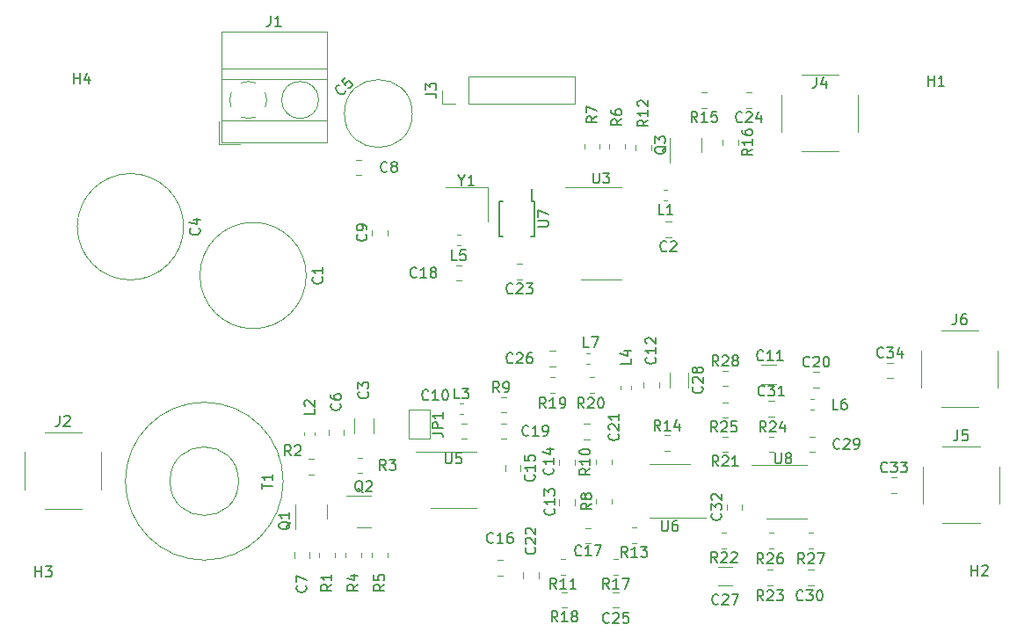
<source format=gbr>
%TF.GenerationSoftware,KiCad,Pcbnew,(6.0.0)*%
%TF.CreationDate,2022-06-16T16:12:24+02:00*%
%TF.ProjectId,sdrt41,73647274-3431-42e6-9b69-6361645f7063,rev?*%
%TF.SameCoordinates,Original*%
%TF.FileFunction,Legend,Top*%
%TF.FilePolarity,Positive*%
%FSLAX46Y46*%
G04 Gerber Fmt 4.6, Leading zero omitted, Abs format (unit mm)*
G04 Created by KiCad (PCBNEW (6.0.0)) date 2022-06-16 16:12:24*
%MOMM*%
%LPD*%
G01*
G04 APERTURE LIST*
%ADD10C,0.150000*%
%ADD11C,0.120000*%
G04 APERTURE END LIST*
D10*
%TO.C,C7*%
X53570142Y-113577666D02*
X53617761Y-113625285D01*
X53665380Y-113768142D01*
X53665380Y-113863380D01*
X53617761Y-114006238D01*
X53522523Y-114101476D01*
X53427285Y-114149095D01*
X53236809Y-114196714D01*
X53093952Y-114196714D01*
X52903476Y-114149095D01*
X52808238Y-114101476D01*
X52713000Y-114006238D01*
X52665380Y-113863380D01*
X52665380Y-113768142D01*
X52713000Y-113625285D01*
X52760619Y-113577666D01*
X52665380Y-113244333D02*
X52665380Y-112577666D01*
X53665380Y-113006238D01*
%TO.C,R19*%
X76700142Y-96464380D02*
X76366809Y-95988190D01*
X76128714Y-96464380D02*
X76128714Y-95464380D01*
X76509666Y-95464380D01*
X76604904Y-95512000D01*
X76652523Y-95559619D01*
X76700142Y-95654857D01*
X76700142Y-95797714D01*
X76652523Y-95892952D01*
X76604904Y-95940571D01*
X76509666Y-95988190D01*
X76128714Y-95988190D01*
X77652523Y-96464380D02*
X77081095Y-96464380D01*
X77366809Y-96464380D02*
X77366809Y-95464380D01*
X77271571Y-95607238D01*
X77176333Y-95702476D01*
X77081095Y-95750095D01*
X78128714Y-96464380D02*
X78319190Y-96464380D01*
X78414428Y-96416761D01*
X78462047Y-96369142D01*
X78557285Y-96226285D01*
X78604904Y-96035809D01*
X78604904Y-95654857D01*
X78557285Y-95559619D01*
X78509666Y-95512000D01*
X78414428Y-95464380D01*
X78223952Y-95464380D01*
X78128714Y-95512000D01*
X78081095Y-95559619D01*
X78033476Y-95654857D01*
X78033476Y-95892952D01*
X78081095Y-95988190D01*
X78128714Y-96035809D01*
X78223952Y-96083428D01*
X78414428Y-96083428D01*
X78509666Y-96035809D01*
X78557285Y-95988190D01*
X78604904Y-95892952D01*
%TO.C,C11*%
X97655142Y-91797142D02*
X97607523Y-91844761D01*
X97464666Y-91892380D01*
X97369428Y-91892380D01*
X97226571Y-91844761D01*
X97131333Y-91749523D01*
X97083714Y-91654285D01*
X97036095Y-91463809D01*
X97036095Y-91320952D01*
X97083714Y-91130476D01*
X97131333Y-91035238D01*
X97226571Y-90940000D01*
X97369428Y-90892380D01*
X97464666Y-90892380D01*
X97607523Y-90940000D01*
X97655142Y-90987619D01*
X98607523Y-91892380D02*
X98036095Y-91892380D01*
X98321809Y-91892380D02*
X98321809Y-90892380D01*
X98226571Y-91035238D01*
X98131333Y-91130476D01*
X98036095Y-91178095D01*
X99559904Y-91892380D02*
X98988476Y-91892380D01*
X99274190Y-91892380D02*
X99274190Y-90892380D01*
X99178952Y-91035238D01*
X99083714Y-91130476D01*
X98988476Y-91178095D01*
%TO.C,C3*%
X59539142Y-94908666D02*
X59586761Y-94956285D01*
X59634380Y-95099142D01*
X59634380Y-95194380D01*
X59586761Y-95337238D01*
X59491523Y-95432476D01*
X59396285Y-95480095D01*
X59205809Y-95527714D01*
X59062952Y-95527714D01*
X58872476Y-95480095D01*
X58777238Y-95432476D01*
X58682000Y-95337238D01*
X58634380Y-95194380D01*
X58634380Y-95099142D01*
X58682000Y-94956285D01*
X58729619Y-94908666D01*
X58634380Y-94575333D02*
X58634380Y-93956285D01*
X59015333Y-94289619D01*
X59015333Y-94146761D01*
X59062952Y-94051523D01*
X59110571Y-94003904D01*
X59205809Y-93956285D01*
X59443904Y-93956285D01*
X59539142Y-94003904D01*
X59586761Y-94051523D01*
X59634380Y-94146761D01*
X59634380Y-94432476D01*
X59586761Y-94527714D01*
X59539142Y-94575333D01*
%TO.C,Q3*%
X88317619Y-71215238D02*
X88270000Y-71310476D01*
X88174761Y-71405714D01*
X88031904Y-71548571D01*
X87984285Y-71643809D01*
X87984285Y-71739047D01*
X88222380Y-71691428D02*
X88174761Y-71786666D01*
X88079523Y-71881904D01*
X87889047Y-71929523D01*
X87555714Y-71929523D01*
X87365238Y-71881904D01*
X87270000Y-71786666D01*
X87222380Y-71691428D01*
X87222380Y-71500952D01*
X87270000Y-71405714D01*
X87365238Y-71310476D01*
X87555714Y-71262857D01*
X87889047Y-71262857D01*
X88079523Y-71310476D01*
X88174761Y-71405714D01*
X88222380Y-71500952D01*
X88222380Y-71691428D01*
X87222380Y-70929523D02*
X87222380Y-70310476D01*
X87603333Y-70643809D01*
X87603333Y-70500952D01*
X87650952Y-70405714D01*
X87698571Y-70358095D01*
X87793809Y-70310476D01*
X88031904Y-70310476D01*
X88127142Y-70358095D01*
X88174761Y-70405714D01*
X88222380Y-70500952D01*
X88222380Y-70786666D01*
X88174761Y-70881904D01*
X88127142Y-70929523D01*
%TO.C,R3*%
X61301333Y-102433380D02*
X60968000Y-101957190D01*
X60729904Y-102433380D02*
X60729904Y-101433380D01*
X61110857Y-101433380D01*
X61206095Y-101481000D01*
X61253714Y-101528619D01*
X61301333Y-101623857D01*
X61301333Y-101766714D01*
X61253714Y-101861952D01*
X61206095Y-101909571D01*
X61110857Y-101957190D01*
X60729904Y-101957190D01*
X61634666Y-101433380D02*
X62253714Y-101433380D01*
X61920380Y-101814333D01*
X62063238Y-101814333D01*
X62158476Y-101861952D01*
X62206095Y-101909571D01*
X62253714Y-102004809D01*
X62253714Y-102242904D01*
X62206095Y-102338142D01*
X62158476Y-102385761D01*
X62063238Y-102433380D01*
X61777523Y-102433380D01*
X61682285Y-102385761D01*
X61634666Y-102338142D01*
%TO.C,R18*%
X77843142Y-117037380D02*
X77509809Y-116561190D01*
X77271714Y-117037380D02*
X77271714Y-116037380D01*
X77652666Y-116037380D01*
X77747904Y-116085000D01*
X77795523Y-116132619D01*
X77843142Y-116227857D01*
X77843142Y-116370714D01*
X77795523Y-116465952D01*
X77747904Y-116513571D01*
X77652666Y-116561190D01*
X77271714Y-116561190D01*
X78795523Y-117037380D02*
X78224095Y-117037380D01*
X78509809Y-117037380D02*
X78509809Y-116037380D01*
X78414571Y-116180238D01*
X78319333Y-116275476D01*
X78224095Y-116323095D01*
X79366952Y-116465952D02*
X79271714Y-116418333D01*
X79224095Y-116370714D01*
X79176476Y-116275476D01*
X79176476Y-116227857D01*
X79224095Y-116132619D01*
X79271714Y-116085000D01*
X79366952Y-116037380D01*
X79557428Y-116037380D01*
X79652666Y-116085000D01*
X79700285Y-116132619D01*
X79747904Y-116227857D01*
X79747904Y-116275476D01*
X79700285Y-116370714D01*
X79652666Y-116418333D01*
X79557428Y-116465952D01*
X79366952Y-116465952D01*
X79271714Y-116513571D01*
X79224095Y-116561190D01*
X79176476Y-116656428D01*
X79176476Y-116846904D01*
X79224095Y-116942142D01*
X79271714Y-116989761D01*
X79366952Y-117037380D01*
X79557428Y-117037380D01*
X79652666Y-116989761D01*
X79700285Y-116942142D01*
X79747904Y-116846904D01*
X79747904Y-116656428D01*
X79700285Y-116561190D01*
X79652666Y-116513571D01*
X79557428Y-116465952D01*
%TO.C,C10*%
X65397142Y-95607142D02*
X65349523Y-95654761D01*
X65206666Y-95702380D01*
X65111428Y-95702380D01*
X64968571Y-95654761D01*
X64873333Y-95559523D01*
X64825714Y-95464285D01*
X64778095Y-95273809D01*
X64778095Y-95130952D01*
X64825714Y-94940476D01*
X64873333Y-94845238D01*
X64968571Y-94750000D01*
X65111428Y-94702380D01*
X65206666Y-94702380D01*
X65349523Y-94750000D01*
X65397142Y-94797619D01*
X66349523Y-95702380D02*
X65778095Y-95702380D01*
X66063809Y-95702380D02*
X66063809Y-94702380D01*
X65968571Y-94845238D01*
X65873333Y-94940476D01*
X65778095Y-94988095D01*
X66968571Y-94702380D02*
X67063809Y-94702380D01*
X67159047Y-94750000D01*
X67206666Y-94797619D01*
X67254285Y-94892857D01*
X67301904Y-95083333D01*
X67301904Y-95321428D01*
X67254285Y-95511904D01*
X67206666Y-95607142D01*
X67159047Y-95654761D01*
X67063809Y-95702380D01*
X66968571Y-95702380D01*
X66873333Y-95654761D01*
X66825714Y-95607142D01*
X66778095Y-95511904D01*
X66730476Y-95321428D01*
X66730476Y-95083333D01*
X66778095Y-94892857D01*
X66825714Y-94797619D01*
X66873333Y-94750000D01*
X66968571Y-94702380D01*
%TO.C,C20*%
X102100142Y-92403142D02*
X102052523Y-92450761D01*
X101909666Y-92498380D01*
X101814428Y-92498380D01*
X101671571Y-92450761D01*
X101576333Y-92355523D01*
X101528714Y-92260285D01*
X101481095Y-92069809D01*
X101481095Y-91926952D01*
X101528714Y-91736476D01*
X101576333Y-91641238D01*
X101671571Y-91546000D01*
X101814428Y-91498380D01*
X101909666Y-91498380D01*
X102052523Y-91546000D01*
X102100142Y-91593619D01*
X102481095Y-91593619D02*
X102528714Y-91546000D01*
X102623952Y-91498380D01*
X102862047Y-91498380D01*
X102957285Y-91546000D01*
X103004904Y-91593619D01*
X103052523Y-91688857D01*
X103052523Y-91784095D01*
X103004904Y-91926952D01*
X102433476Y-92498380D01*
X103052523Y-92498380D01*
X103671571Y-91498380D02*
X103766809Y-91498380D01*
X103862047Y-91546000D01*
X103909666Y-91593619D01*
X103957285Y-91688857D01*
X104004904Y-91879333D01*
X104004904Y-92117428D01*
X103957285Y-92307904D01*
X103909666Y-92403142D01*
X103862047Y-92450761D01*
X103766809Y-92498380D01*
X103671571Y-92498380D01*
X103576333Y-92450761D01*
X103528714Y-92403142D01*
X103481095Y-92307904D01*
X103433476Y-92117428D01*
X103433476Y-91879333D01*
X103481095Y-91688857D01*
X103528714Y-91593619D01*
X103576333Y-91546000D01*
X103671571Y-91498380D01*
%TO.C,C31*%
X97782142Y-95197142D02*
X97734523Y-95244761D01*
X97591666Y-95292380D01*
X97496428Y-95292380D01*
X97353571Y-95244761D01*
X97258333Y-95149523D01*
X97210714Y-95054285D01*
X97163095Y-94863809D01*
X97163095Y-94720952D01*
X97210714Y-94530476D01*
X97258333Y-94435238D01*
X97353571Y-94340000D01*
X97496428Y-94292380D01*
X97591666Y-94292380D01*
X97734523Y-94340000D01*
X97782142Y-94387619D01*
X98115476Y-94292380D02*
X98734523Y-94292380D01*
X98401190Y-94673333D01*
X98544047Y-94673333D01*
X98639285Y-94720952D01*
X98686904Y-94768571D01*
X98734523Y-94863809D01*
X98734523Y-95101904D01*
X98686904Y-95197142D01*
X98639285Y-95244761D01*
X98544047Y-95292380D01*
X98258333Y-95292380D01*
X98163095Y-95244761D01*
X98115476Y-95197142D01*
X99686904Y-95292380D02*
X99115476Y-95292380D01*
X99401190Y-95292380D02*
X99401190Y-94292380D01*
X99305952Y-94435238D01*
X99210714Y-94530476D01*
X99115476Y-94578095D01*
%TO.C,C2*%
X88352333Y-81285142D02*
X88304714Y-81332761D01*
X88161857Y-81380380D01*
X88066619Y-81380380D01*
X87923761Y-81332761D01*
X87828523Y-81237523D01*
X87780904Y-81142285D01*
X87733285Y-80951809D01*
X87733285Y-80808952D01*
X87780904Y-80618476D01*
X87828523Y-80523238D01*
X87923761Y-80428000D01*
X88066619Y-80380380D01*
X88161857Y-80380380D01*
X88304714Y-80428000D01*
X88352333Y-80475619D01*
X88733285Y-80475619D02*
X88780904Y-80428000D01*
X88876142Y-80380380D01*
X89114238Y-80380380D01*
X89209476Y-80428000D01*
X89257095Y-80475619D01*
X89304714Y-80570857D01*
X89304714Y-80666095D01*
X89257095Y-80808952D01*
X88685666Y-81380380D01*
X89304714Y-81380380D01*
%TO.C,U7*%
X75966380Y-78993904D02*
X76775904Y-78993904D01*
X76871142Y-78946285D01*
X76918761Y-78898666D01*
X76966380Y-78803428D01*
X76966380Y-78612952D01*
X76918761Y-78517714D01*
X76871142Y-78470095D01*
X76775904Y-78422476D01*
X75966380Y-78422476D01*
X75966380Y-78041523D02*
X75966380Y-77374857D01*
X76966380Y-77803428D01*
%TO.C,Q1*%
X52109619Y-107410238D02*
X52062000Y-107505476D01*
X51966761Y-107600714D01*
X51823904Y-107743571D01*
X51776285Y-107838809D01*
X51776285Y-107934047D01*
X52014380Y-107886428D02*
X51966761Y-107981666D01*
X51871523Y-108076904D01*
X51681047Y-108124523D01*
X51347714Y-108124523D01*
X51157238Y-108076904D01*
X51062000Y-107981666D01*
X51014380Y-107886428D01*
X51014380Y-107695952D01*
X51062000Y-107600714D01*
X51157238Y-107505476D01*
X51347714Y-107457857D01*
X51681047Y-107457857D01*
X51871523Y-107505476D01*
X51966761Y-107600714D01*
X52014380Y-107695952D01*
X52014380Y-107886428D01*
X52014380Y-106505476D02*
X52014380Y-107076904D01*
X52014380Y-106791190D02*
X51014380Y-106791190D01*
X51157238Y-106886428D01*
X51252476Y-106981666D01*
X51300095Y-107076904D01*
%TO.C,J6*%
X116252666Y-87412380D02*
X116252666Y-88126666D01*
X116205047Y-88269523D01*
X116109809Y-88364761D01*
X115966952Y-88412380D01*
X115871714Y-88412380D01*
X117157428Y-87412380D02*
X116966952Y-87412380D01*
X116871714Y-87460000D01*
X116824095Y-87507619D01*
X116728857Y-87650476D01*
X116681238Y-87840952D01*
X116681238Y-88221904D01*
X116728857Y-88317142D01*
X116776476Y-88364761D01*
X116871714Y-88412380D01*
X117062190Y-88412380D01*
X117157428Y-88364761D01*
X117205047Y-88317142D01*
X117252666Y-88221904D01*
X117252666Y-87983809D01*
X117205047Y-87888571D01*
X117157428Y-87840952D01*
X117062190Y-87793333D01*
X116871714Y-87793333D01*
X116776476Y-87840952D01*
X116728857Y-87888571D01*
X116681238Y-87983809D01*
%TO.C,H1*%
X113538095Y-65412380D02*
X113538095Y-64412380D01*
X113538095Y-64888571D02*
X114109523Y-64888571D01*
X114109523Y-65412380D02*
X114109523Y-64412380D01*
X115109523Y-65412380D02*
X114538095Y-65412380D01*
X114823809Y-65412380D02*
X114823809Y-64412380D01*
X114728571Y-64555238D01*
X114633333Y-64650476D01*
X114538095Y-64698095D01*
%TO.C,C18*%
X64254142Y-83796142D02*
X64206523Y-83843761D01*
X64063666Y-83891380D01*
X63968428Y-83891380D01*
X63825571Y-83843761D01*
X63730333Y-83748523D01*
X63682714Y-83653285D01*
X63635095Y-83462809D01*
X63635095Y-83319952D01*
X63682714Y-83129476D01*
X63730333Y-83034238D01*
X63825571Y-82939000D01*
X63968428Y-82891380D01*
X64063666Y-82891380D01*
X64206523Y-82939000D01*
X64254142Y-82986619D01*
X65206523Y-83891380D02*
X64635095Y-83891380D01*
X64920809Y-83891380D02*
X64920809Y-82891380D01*
X64825571Y-83034238D01*
X64730333Y-83129476D01*
X64635095Y-83177095D01*
X65777952Y-83319952D02*
X65682714Y-83272333D01*
X65635095Y-83224714D01*
X65587476Y-83129476D01*
X65587476Y-83081857D01*
X65635095Y-82986619D01*
X65682714Y-82939000D01*
X65777952Y-82891380D01*
X65968428Y-82891380D01*
X66063666Y-82939000D01*
X66111285Y-82986619D01*
X66158904Y-83081857D01*
X66158904Y-83129476D01*
X66111285Y-83224714D01*
X66063666Y-83272333D01*
X65968428Y-83319952D01*
X65777952Y-83319952D01*
X65682714Y-83367571D01*
X65635095Y-83415190D01*
X65587476Y-83510428D01*
X65587476Y-83700904D01*
X65635095Y-83796142D01*
X65682714Y-83843761D01*
X65777952Y-83891380D01*
X65968428Y-83891380D01*
X66063666Y-83843761D01*
X66111285Y-83796142D01*
X66158904Y-83700904D01*
X66158904Y-83510428D01*
X66111285Y-83415190D01*
X66063666Y-83367571D01*
X65968428Y-83319952D01*
%TO.C,L6*%
X104862333Y-96591380D02*
X104386142Y-96591380D01*
X104386142Y-95591380D01*
X105624238Y-95591380D02*
X105433761Y-95591380D01*
X105338523Y-95639000D01*
X105290904Y-95686619D01*
X105195666Y-95829476D01*
X105148047Y-96019952D01*
X105148047Y-96400904D01*
X105195666Y-96496142D01*
X105243285Y-96543761D01*
X105338523Y-96591380D01*
X105529000Y-96591380D01*
X105624238Y-96543761D01*
X105671857Y-96496142D01*
X105719476Y-96400904D01*
X105719476Y-96162809D01*
X105671857Y-96067571D01*
X105624238Y-96019952D01*
X105529000Y-95972333D01*
X105338523Y-95972333D01*
X105243285Y-96019952D01*
X105195666Y-96067571D01*
X105148047Y-96162809D01*
%TO.C,C15*%
X75570142Y-102877857D02*
X75617761Y-102925476D01*
X75665380Y-103068333D01*
X75665380Y-103163571D01*
X75617761Y-103306428D01*
X75522523Y-103401666D01*
X75427285Y-103449285D01*
X75236809Y-103496904D01*
X75093952Y-103496904D01*
X74903476Y-103449285D01*
X74808238Y-103401666D01*
X74713000Y-103306428D01*
X74665380Y-103163571D01*
X74665380Y-103068333D01*
X74713000Y-102925476D01*
X74760619Y-102877857D01*
X75665380Y-101925476D02*
X75665380Y-102496904D01*
X75665380Y-102211190D02*
X74665380Y-102211190D01*
X74808238Y-102306428D01*
X74903476Y-102401666D01*
X74951095Y-102496904D01*
X74665380Y-101020714D02*
X74665380Y-101496904D01*
X75141571Y-101544523D01*
X75093952Y-101496904D01*
X75046333Y-101401666D01*
X75046333Y-101163571D01*
X75093952Y-101068333D01*
X75141571Y-101020714D01*
X75236809Y-100973095D01*
X75474904Y-100973095D01*
X75570142Y-101020714D01*
X75617761Y-101068333D01*
X75665380Y-101163571D01*
X75665380Y-101401666D01*
X75617761Y-101496904D01*
X75570142Y-101544523D01*
%TO.C,JP1*%
X65768380Y-98877333D02*
X66482666Y-98877333D01*
X66625523Y-98924952D01*
X66720761Y-99020190D01*
X66768380Y-99163047D01*
X66768380Y-99258285D01*
X66768380Y-98401142D02*
X65768380Y-98401142D01*
X65768380Y-98020190D01*
X65816000Y-97924952D01*
X65863619Y-97877333D01*
X65958857Y-97829714D01*
X66101714Y-97829714D01*
X66196952Y-97877333D01*
X66244571Y-97924952D01*
X66292190Y-98020190D01*
X66292190Y-98401142D01*
X66768380Y-96877333D02*
X66768380Y-97448761D01*
X66768380Y-97163047D02*
X65768380Y-97163047D01*
X65911238Y-97258285D01*
X66006476Y-97353523D01*
X66054095Y-97448761D01*
%TO.C,C21*%
X83669142Y-98940857D02*
X83716761Y-98988476D01*
X83764380Y-99131333D01*
X83764380Y-99226571D01*
X83716761Y-99369428D01*
X83621523Y-99464666D01*
X83526285Y-99512285D01*
X83335809Y-99559904D01*
X83192952Y-99559904D01*
X83002476Y-99512285D01*
X82907238Y-99464666D01*
X82812000Y-99369428D01*
X82764380Y-99226571D01*
X82764380Y-99131333D01*
X82812000Y-98988476D01*
X82859619Y-98940857D01*
X82859619Y-98559904D02*
X82812000Y-98512285D01*
X82764380Y-98417047D01*
X82764380Y-98178952D01*
X82812000Y-98083714D01*
X82859619Y-98036095D01*
X82954857Y-97988476D01*
X83050095Y-97988476D01*
X83192952Y-98036095D01*
X83764380Y-98607523D01*
X83764380Y-97988476D01*
X83764380Y-97036095D02*
X83764380Y-97607523D01*
X83764380Y-97321809D02*
X82764380Y-97321809D01*
X82907238Y-97417047D01*
X83002476Y-97512285D01*
X83050095Y-97607523D01*
%TO.C,C28*%
X91742142Y-94417857D02*
X91789761Y-94465476D01*
X91837380Y-94608333D01*
X91837380Y-94703571D01*
X91789761Y-94846428D01*
X91694523Y-94941666D01*
X91599285Y-94989285D01*
X91408809Y-95036904D01*
X91265952Y-95036904D01*
X91075476Y-94989285D01*
X90980238Y-94941666D01*
X90885000Y-94846428D01*
X90837380Y-94703571D01*
X90837380Y-94608333D01*
X90885000Y-94465476D01*
X90932619Y-94417857D01*
X90932619Y-94036904D02*
X90885000Y-93989285D01*
X90837380Y-93894047D01*
X90837380Y-93655952D01*
X90885000Y-93560714D01*
X90932619Y-93513095D01*
X91027857Y-93465476D01*
X91123095Y-93465476D01*
X91265952Y-93513095D01*
X91837380Y-94084523D01*
X91837380Y-93465476D01*
X91265952Y-92894047D02*
X91218333Y-92989285D01*
X91170714Y-93036904D01*
X91075476Y-93084523D01*
X91027857Y-93084523D01*
X90932619Y-93036904D01*
X90885000Y-92989285D01*
X90837380Y-92894047D01*
X90837380Y-92703571D01*
X90885000Y-92608333D01*
X90932619Y-92560714D01*
X91027857Y-92513095D01*
X91075476Y-92513095D01*
X91170714Y-92560714D01*
X91218333Y-92608333D01*
X91265952Y-92703571D01*
X91265952Y-92894047D01*
X91313571Y-92989285D01*
X91361190Y-93036904D01*
X91456428Y-93084523D01*
X91646904Y-93084523D01*
X91742142Y-93036904D01*
X91789761Y-92989285D01*
X91837380Y-92894047D01*
X91837380Y-92703571D01*
X91789761Y-92608333D01*
X91742142Y-92560714D01*
X91646904Y-92513095D01*
X91456428Y-92513095D01*
X91361190Y-92560714D01*
X91313571Y-92608333D01*
X91265952Y-92703571D01*
%TO.C,C8*%
X61428333Y-73636142D02*
X61380714Y-73683761D01*
X61237857Y-73731380D01*
X61142619Y-73731380D01*
X60999761Y-73683761D01*
X60904523Y-73588523D01*
X60856904Y-73493285D01*
X60809285Y-73302809D01*
X60809285Y-73159952D01*
X60856904Y-72969476D01*
X60904523Y-72874238D01*
X60999761Y-72779000D01*
X61142619Y-72731380D01*
X61237857Y-72731380D01*
X61380714Y-72779000D01*
X61428333Y-72826619D01*
X61999761Y-73159952D02*
X61904523Y-73112333D01*
X61856904Y-73064714D01*
X61809285Y-72969476D01*
X61809285Y-72921857D01*
X61856904Y-72826619D01*
X61904523Y-72779000D01*
X61999761Y-72731380D01*
X62190238Y-72731380D01*
X62285476Y-72779000D01*
X62333095Y-72826619D01*
X62380714Y-72921857D01*
X62380714Y-72969476D01*
X62333095Y-73064714D01*
X62285476Y-73112333D01*
X62190238Y-73159952D01*
X61999761Y-73159952D01*
X61904523Y-73207571D01*
X61856904Y-73255190D01*
X61809285Y-73350428D01*
X61809285Y-73540904D01*
X61856904Y-73636142D01*
X61904523Y-73683761D01*
X61999761Y-73731380D01*
X62190238Y-73731380D01*
X62285476Y-73683761D01*
X62333095Y-73636142D01*
X62380714Y-73540904D01*
X62380714Y-73350428D01*
X62333095Y-73255190D01*
X62285476Y-73207571D01*
X62190238Y-73159952D01*
%TO.C,R22*%
X93233642Y-111322380D02*
X92900309Y-110846190D01*
X92662214Y-111322380D02*
X92662214Y-110322380D01*
X93043166Y-110322380D01*
X93138404Y-110370000D01*
X93186023Y-110417619D01*
X93233642Y-110512857D01*
X93233642Y-110655714D01*
X93186023Y-110750952D01*
X93138404Y-110798571D01*
X93043166Y-110846190D01*
X92662214Y-110846190D01*
X93614595Y-110417619D02*
X93662214Y-110370000D01*
X93757452Y-110322380D01*
X93995547Y-110322380D01*
X94090785Y-110370000D01*
X94138404Y-110417619D01*
X94186023Y-110512857D01*
X94186023Y-110608095D01*
X94138404Y-110750952D01*
X93566976Y-111322380D01*
X94186023Y-111322380D01*
X94566976Y-110417619D02*
X94614595Y-110370000D01*
X94709833Y-110322380D01*
X94947928Y-110322380D01*
X95043166Y-110370000D01*
X95090785Y-110417619D01*
X95138404Y-110512857D01*
X95138404Y-110608095D01*
X95090785Y-110750952D01*
X94519357Y-111322380D01*
X95138404Y-111322380D01*
%TO.C,R24*%
X97909142Y-98750380D02*
X97575809Y-98274190D01*
X97337714Y-98750380D02*
X97337714Y-97750380D01*
X97718666Y-97750380D01*
X97813904Y-97798000D01*
X97861523Y-97845619D01*
X97909142Y-97940857D01*
X97909142Y-98083714D01*
X97861523Y-98178952D01*
X97813904Y-98226571D01*
X97718666Y-98274190D01*
X97337714Y-98274190D01*
X98290095Y-97845619D02*
X98337714Y-97798000D01*
X98432952Y-97750380D01*
X98671047Y-97750380D01*
X98766285Y-97798000D01*
X98813904Y-97845619D01*
X98861523Y-97940857D01*
X98861523Y-98036095D01*
X98813904Y-98178952D01*
X98242476Y-98750380D01*
X98861523Y-98750380D01*
X99718666Y-98083714D02*
X99718666Y-98750380D01*
X99480571Y-97702761D02*
X99242476Y-98417047D01*
X99861523Y-98417047D01*
%TO.C,J4*%
X102790666Y-64603380D02*
X102790666Y-65317666D01*
X102743047Y-65460523D01*
X102647809Y-65555761D01*
X102504952Y-65603380D01*
X102409714Y-65603380D01*
X103695428Y-64936714D02*
X103695428Y-65603380D01*
X103457333Y-64555761D02*
X103219238Y-65270047D01*
X103838285Y-65270047D01*
%TO.C,R7*%
X81605380Y-68365666D02*
X81129190Y-68699000D01*
X81605380Y-68937095D02*
X80605380Y-68937095D01*
X80605380Y-68556142D01*
X80653000Y-68460904D01*
X80700619Y-68413285D01*
X80795857Y-68365666D01*
X80938714Y-68365666D01*
X81033952Y-68413285D01*
X81081571Y-68460904D01*
X81129190Y-68556142D01*
X81129190Y-68937095D01*
X80605380Y-68032333D02*
X80605380Y-67365666D01*
X81605380Y-67794238D01*
%TO.C,C25*%
X82796142Y-117070142D02*
X82748523Y-117117761D01*
X82605666Y-117165380D01*
X82510428Y-117165380D01*
X82367571Y-117117761D01*
X82272333Y-117022523D01*
X82224714Y-116927285D01*
X82177095Y-116736809D01*
X82177095Y-116593952D01*
X82224714Y-116403476D01*
X82272333Y-116308238D01*
X82367571Y-116213000D01*
X82510428Y-116165380D01*
X82605666Y-116165380D01*
X82748523Y-116213000D01*
X82796142Y-116260619D01*
X83177095Y-116260619D02*
X83224714Y-116213000D01*
X83319952Y-116165380D01*
X83558047Y-116165380D01*
X83653285Y-116213000D01*
X83700904Y-116260619D01*
X83748523Y-116355857D01*
X83748523Y-116451095D01*
X83700904Y-116593952D01*
X83129476Y-117165380D01*
X83748523Y-117165380D01*
X84653285Y-116165380D02*
X84177095Y-116165380D01*
X84129476Y-116641571D01*
X84177095Y-116593952D01*
X84272333Y-116546333D01*
X84510428Y-116546333D01*
X84605666Y-116593952D01*
X84653285Y-116641571D01*
X84700904Y-116736809D01*
X84700904Y-116974904D01*
X84653285Y-117070142D01*
X84605666Y-117117761D01*
X84510428Y-117165380D01*
X84272333Y-117165380D01*
X84177095Y-117117761D01*
X84129476Y-117070142D01*
%TO.C,R13*%
X84574142Y-110814380D02*
X84240809Y-110338190D01*
X84002714Y-110814380D02*
X84002714Y-109814380D01*
X84383666Y-109814380D01*
X84478904Y-109862000D01*
X84526523Y-109909619D01*
X84574142Y-110004857D01*
X84574142Y-110147714D01*
X84526523Y-110242952D01*
X84478904Y-110290571D01*
X84383666Y-110338190D01*
X84002714Y-110338190D01*
X85526523Y-110814380D02*
X84955095Y-110814380D01*
X85240809Y-110814380D02*
X85240809Y-109814380D01*
X85145571Y-109957238D01*
X85050333Y-110052476D01*
X84955095Y-110100095D01*
X85859857Y-109814380D02*
X86478904Y-109814380D01*
X86145571Y-110195333D01*
X86288428Y-110195333D01*
X86383666Y-110242952D01*
X86431285Y-110290571D01*
X86478904Y-110385809D01*
X86478904Y-110623904D01*
X86431285Y-110719142D01*
X86383666Y-110766761D01*
X86288428Y-110814380D01*
X86002714Y-110814380D01*
X85907476Y-110766761D01*
X85859857Y-110719142D01*
%TO.C,L4*%
X84907380Y-91733666D02*
X84907380Y-92209857D01*
X83907380Y-92209857D01*
X84240714Y-90971761D02*
X84907380Y-90971761D01*
X83859761Y-91209857D02*
X84574047Y-91447952D01*
X84574047Y-90828904D01*
%TO.C,L7*%
X80859333Y-90622380D02*
X80383142Y-90622380D01*
X80383142Y-89622380D01*
X81097428Y-89622380D02*
X81764095Y-89622380D01*
X81335523Y-90622380D01*
%TO.C,C13*%
X77471542Y-106154457D02*
X77519161Y-106202076D01*
X77566780Y-106344933D01*
X77566780Y-106440171D01*
X77519161Y-106583028D01*
X77423923Y-106678266D01*
X77328685Y-106725885D01*
X77138209Y-106773504D01*
X76995352Y-106773504D01*
X76804876Y-106725885D01*
X76709638Y-106678266D01*
X76614400Y-106583028D01*
X76566780Y-106440171D01*
X76566780Y-106344933D01*
X76614400Y-106202076D01*
X76662019Y-106154457D01*
X77566780Y-105202076D02*
X77566780Y-105773504D01*
X77566780Y-105487790D02*
X76566780Y-105487790D01*
X76709638Y-105583028D01*
X76804876Y-105678266D01*
X76852495Y-105773504D01*
X76566780Y-104868742D02*
X76566780Y-104249695D01*
X76947733Y-104583028D01*
X76947733Y-104440171D01*
X76995352Y-104344933D01*
X77042971Y-104297314D01*
X77138209Y-104249695D01*
X77376304Y-104249695D01*
X77471542Y-104297314D01*
X77519161Y-104344933D01*
X77566780Y-104440171D01*
X77566780Y-104725885D01*
X77519161Y-104821123D01*
X77471542Y-104868742D01*
%TO.C,R10*%
X80970380Y-102293657D02*
X80494190Y-102626990D01*
X80970380Y-102865085D02*
X79970380Y-102865085D01*
X79970380Y-102484133D01*
X80018000Y-102388895D01*
X80065619Y-102341276D01*
X80160857Y-102293657D01*
X80303714Y-102293657D01*
X80398952Y-102341276D01*
X80446571Y-102388895D01*
X80494190Y-102484133D01*
X80494190Y-102865085D01*
X80970380Y-101341276D02*
X80970380Y-101912704D01*
X80970380Y-101626990D02*
X79970380Y-101626990D01*
X80113238Y-101722228D01*
X80208476Y-101817466D01*
X80256095Y-101912704D01*
X79970380Y-100722228D02*
X79970380Y-100626990D01*
X80018000Y-100531752D01*
X80065619Y-100484133D01*
X80160857Y-100436514D01*
X80351333Y-100388895D01*
X80589428Y-100388895D01*
X80779904Y-100436514D01*
X80875142Y-100484133D01*
X80922761Y-100531752D01*
X80970380Y-100626990D01*
X80970380Y-100722228D01*
X80922761Y-100817466D01*
X80875142Y-100865085D01*
X80779904Y-100912704D01*
X80589428Y-100960323D01*
X80351333Y-100960323D01*
X80160857Y-100912704D01*
X80065619Y-100865085D01*
X80018000Y-100817466D01*
X79970380Y-100722228D01*
%TO.C,J2*%
X29892666Y-97191380D02*
X29892666Y-97905666D01*
X29845047Y-98048523D01*
X29749809Y-98143761D01*
X29606952Y-98191380D01*
X29511714Y-98191380D01*
X30321238Y-97286619D02*
X30368857Y-97239000D01*
X30464095Y-97191380D01*
X30702190Y-97191380D01*
X30797428Y-97239000D01*
X30845047Y-97286619D01*
X30892666Y-97381857D01*
X30892666Y-97477095D01*
X30845047Y-97619952D01*
X30273619Y-98191380D01*
X30892666Y-98191380D01*
%TO.C,R27*%
X101592142Y-111450380D02*
X101258809Y-110974190D01*
X101020714Y-111450380D02*
X101020714Y-110450380D01*
X101401666Y-110450380D01*
X101496904Y-110498000D01*
X101544523Y-110545619D01*
X101592142Y-110640857D01*
X101592142Y-110783714D01*
X101544523Y-110878952D01*
X101496904Y-110926571D01*
X101401666Y-110974190D01*
X101020714Y-110974190D01*
X101973095Y-110545619D02*
X102020714Y-110498000D01*
X102115952Y-110450380D01*
X102354047Y-110450380D01*
X102449285Y-110498000D01*
X102496904Y-110545619D01*
X102544523Y-110640857D01*
X102544523Y-110736095D01*
X102496904Y-110878952D01*
X101925476Y-111450380D01*
X102544523Y-111450380D01*
X102877857Y-110450380D02*
X103544523Y-110450380D01*
X103115952Y-111450380D01*
%TO.C,J5*%
X116379666Y-98588380D02*
X116379666Y-99302666D01*
X116332047Y-99445523D01*
X116236809Y-99540761D01*
X116093952Y-99588380D01*
X115998714Y-99588380D01*
X117332047Y-98588380D02*
X116855857Y-98588380D01*
X116808238Y-99064571D01*
X116855857Y-99016952D01*
X116951095Y-98969333D01*
X117189190Y-98969333D01*
X117284428Y-99016952D01*
X117332047Y-99064571D01*
X117379666Y-99159809D01*
X117379666Y-99397904D01*
X117332047Y-99493142D01*
X117284428Y-99540761D01*
X117189190Y-99588380D01*
X116951095Y-99588380D01*
X116855857Y-99540761D01*
X116808238Y-99493142D01*
%TO.C,R12*%
X86558380Y-68714857D02*
X86082190Y-69048190D01*
X86558380Y-69286285D02*
X85558380Y-69286285D01*
X85558380Y-68905333D01*
X85606000Y-68810095D01*
X85653619Y-68762476D01*
X85748857Y-68714857D01*
X85891714Y-68714857D01*
X85986952Y-68762476D01*
X86034571Y-68810095D01*
X86082190Y-68905333D01*
X86082190Y-69286285D01*
X86558380Y-67762476D02*
X86558380Y-68333904D01*
X86558380Y-68048190D02*
X85558380Y-68048190D01*
X85701238Y-68143428D01*
X85796476Y-68238666D01*
X85844095Y-68333904D01*
X85653619Y-67381523D02*
X85606000Y-67333904D01*
X85558380Y-67238666D01*
X85558380Y-67000571D01*
X85606000Y-66905333D01*
X85653619Y-66857714D01*
X85748857Y-66810095D01*
X85844095Y-66810095D01*
X85986952Y-66857714D01*
X86558380Y-67429142D01*
X86558380Y-66810095D01*
%TO.C,R16*%
X96590380Y-71508857D02*
X96114190Y-71842190D01*
X96590380Y-72080285D02*
X95590380Y-72080285D01*
X95590380Y-71699333D01*
X95638000Y-71604095D01*
X95685619Y-71556476D01*
X95780857Y-71508857D01*
X95923714Y-71508857D01*
X96018952Y-71556476D01*
X96066571Y-71604095D01*
X96114190Y-71699333D01*
X96114190Y-72080285D01*
X96590380Y-70556476D02*
X96590380Y-71127904D01*
X96590380Y-70842190D02*
X95590380Y-70842190D01*
X95733238Y-70937428D01*
X95828476Y-71032666D01*
X95876095Y-71127904D01*
X95590380Y-69699333D02*
X95590380Y-69889809D01*
X95638000Y-69985047D01*
X95685619Y-70032666D01*
X95828476Y-70127904D01*
X96018952Y-70175523D01*
X96399904Y-70175523D01*
X96495142Y-70127904D01*
X96542761Y-70080285D01*
X96590380Y-69985047D01*
X96590380Y-69794571D01*
X96542761Y-69699333D01*
X96495142Y-69651714D01*
X96399904Y-69604095D01*
X96161809Y-69604095D01*
X96066571Y-69651714D01*
X96018952Y-69699333D01*
X95971333Y-69794571D01*
X95971333Y-69985047D01*
X96018952Y-70080285D01*
X96066571Y-70127904D01*
X96161809Y-70175523D01*
%TO.C,C34*%
X109212142Y-91514142D02*
X109164523Y-91561761D01*
X109021666Y-91609380D01*
X108926428Y-91609380D01*
X108783571Y-91561761D01*
X108688333Y-91466523D01*
X108640714Y-91371285D01*
X108593095Y-91180809D01*
X108593095Y-91037952D01*
X108640714Y-90847476D01*
X108688333Y-90752238D01*
X108783571Y-90657000D01*
X108926428Y-90609380D01*
X109021666Y-90609380D01*
X109164523Y-90657000D01*
X109212142Y-90704619D01*
X109545476Y-90609380D02*
X110164523Y-90609380D01*
X109831190Y-90990333D01*
X109974047Y-90990333D01*
X110069285Y-91037952D01*
X110116904Y-91085571D01*
X110164523Y-91180809D01*
X110164523Y-91418904D01*
X110116904Y-91514142D01*
X110069285Y-91561761D01*
X109974047Y-91609380D01*
X109688333Y-91609380D01*
X109593095Y-91561761D01*
X109545476Y-91514142D01*
X111021666Y-90942714D02*
X111021666Y-91609380D01*
X110783571Y-90561761D02*
X110545476Y-91276047D01*
X111164523Y-91276047D01*
%TO.C,R25*%
X93210142Y-98750380D02*
X92876809Y-98274190D01*
X92638714Y-98750380D02*
X92638714Y-97750380D01*
X93019666Y-97750380D01*
X93114904Y-97798000D01*
X93162523Y-97845619D01*
X93210142Y-97940857D01*
X93210142Y-98083714D01*
X93162523Y-98178952D01*
X93114904Y-98226571D01*
X93019666Y-98274190D01*
X92638714Y-98274190D01*
X93591095Y-97845619D02*
X93638714Y-97798000D01*
X93733952Y-97750380D01*
X93972047Y-97750380D01*
X94067285Y-97798000D01*
X94114904Y-97845619D01*
X94162523Y-97940857D01*
X94162523Y-98036095D01*
X94114904Y-98178952D01*
X93543476Y-98750380D01*
X94162523Y-98750380D01*
X95067285Y-97750380D02*
X94591095Y-97750380D01*
X94543476Y-98226571D01*
X94591095Y-98178952D01*
X94686333Y-98131333D01*
X94924428Y-98131333D01*
X95019666Y-98178952D01*
X95067285Y-98226571D01*
X95114904Y-98321809D01*
X95114904Y-98559904D01*
X95067285Y-98655142D01*
X95019666Y-98702761D01*
X94924428Y-98750380D01*
X94686333Y-98750380D01*
X94591095Y-98702761D01*
X94543476Y-98655142D01*
%TO.C,R28*%
X93337142Y-92401380D02*
X93003809Y-91925190D01*
X92765714Y-92401380D02*
X92765714Y-91401380D01*
X93146666Y-91401380D01*
X93241904Y-91449000D01*
X93289523Y-91496619D01*
X93337142Y-91591857D01*
X93337142Y-91734714D01*
X93289523Y-91829952D01*
X93241904Y-91877571D01*
X93146666Y-91925190D01*
X92765714Y-91925190D01*
X93718095Y-91496619D02*
X93765714Y-91449000D01*
X93860952Y-91401380D01*
X94099047Y-91401380D01*
X94194285Y-91449000D01*
X94241904Y-91496619D01*
X94289523Y-91591857D01*
X94289523Y-91687095D01*
X94241904Y-91829952D01*
X93670476Y-92401380D01*
X94289523Y-92401380D01*
X94860952Y-91829952D02*
X94765714Y-91782333D01*
X94718095Y-91734714D01*
X94670476Y-91639476D01*
X94670476Y-91591857D01*
X94718095Y-91496619D01*
X94765714Y-91449000D01*
X94860952Y-91401380D01*
X95051428Y-91401380D01*
X95146666Y-91449000D01*
X95194285Y-91496619D01*
X95241904Y-91591857D01*
X95241904Y-91639476D01*
X95194285Y-91734714D01*
X95146666Y-91782333D01*
X95051428Y-91829952D01*
X94860952Y-91829952D01*
X94765714Y-91877571D01*
X94718095Y-91925190D01*
X94670476Y-92020428D01*
X94670476Y-92210904D01*
X94718095Y-92306142D01*
X94765714Y-92353761D01*
X94860952Y-92401380D01*
X95051428Y-92401380D01*
X95146666Y-92353761D01*
X95194285Y-92306142D01*
X95241904Y-92210904D01*
X95241904Y-92020428D01*
X95194285Y-91925190D01*
X95146666Y-91877571D01*
X95051428Y-91829952D01*
%TO.C,R23*%
X97655142Y-115006380D02*
X97321809Y-114530190D01*
X97083714Y-115006380D02*
X97083714Y-114006380D01*
X97464666Y-114006380D01*
X97559904Y-114054000D01*
X97607523Y-114101619D01*
X97655142Y-114196857D01*
X97655142Y-114339714D01*
X97607523Y-114434952D01*
X97559904Y-114482571D01*
X97464666Y-114530190D01*
X97083714Y-114530190D01*
X98036095Y-114101619D02*
X98083714Y-114054000D01*
X98178952Y-114006380D01*
X98417047Y-114006380D01*
X98512285Y-114054000D01*
X98559904Y-114101619D01*
X98607523Y-114196857D01*
X98607523Y-114292095D01*
X98559904Y-114434952D01*
X97988476Y-115006380D01*
X98607523Y-115006380D01*
X98940857Y-114006380D02*
X99559904Y-114006380D01*
X99226571Y-114387333D01*
X99369428Y-114387333D01*
X99464666Y-114434952D01*
X99512285Y-114482571D01*
X99559904Y-114577809D01*
X99559904Y-114815904D01*
X99512285Y-114911142D01*
X99464666Y-114958761D01*
X99369428Y-115006380D01*
X99083714Y-115006380D01*
X98988476Y-114958761D01*
X98940857Y-114911142D01*
%TO.C,C17*%
X80129142Y-110593142D02*
X80081523Y-110640761D01*
X79938666Y-110688380D01*
X79843428Y-110688380D01*
X79700571Y-110640761D01*
X79605333Y-110545523D01*
X79557714Y-110450285D01*
X79510095Y-110259809D01*
X79510095Y-110116952D01*
X79557714Y-109926476D01*
X79605333Y-109831238D01*
X79700571Y-109736000D01*
X79843428Y-109688380D01*
X79938666Y-109688380D01*
X80081523Y-109736000D01*
X80129142Y-109783619D01*
X81081523Y-110688380D02*
X80510095Y-110688380D01*
X80795809Y-110688380D02*
X80795809Y-109688380D01*
X80700571Y-109831238D01*
X80605333Y-109926476D01*
X80510095Y-109974095D01*
X81414857Y-109688380D02*
X82081523Y-109688380D01*
X81652952Y-110688380D01*
%TO.C,L2*%
X54427380Y-96559666D02*
X54427380Y-97035857D01*
X53427380Y-97035857D01*
X53522619Y-96273952D02*
X53475000Y-96226333D01*
X53427380Y-96131095D01*
X53427380Y-95893000D01*
X53475000Y-95797761D01*
X53522619Y-95750142D01*
X53617857Y-95702523D01*
X53713095Y-95702523D01*
X53855952Y-95750142D01*
X54427380Y-96321571D01*
X54427380Y-95702523D01*
%TO.C,C22*%
X75642742Y-109913657D02*
X75690361Y-109961276D01*
X75737980Y-110104133D01*
X75737980Y-110199371D01*
X75690361Y-110342228D01*
X75595123Y-110437466D01*
X75499885Y-110485085D01*
X75309409Y-110532704D01*
X75166552Y-110532704D01*
X74976076Y-110485085D01*
X74880838Y-110437466D01*
X74785600Y-110342228D01*
X74737980Y-110199371D01*
X74737980Y-110104133D01*
X74785600Y-109961276D01*
X74833219Y-109913657D01*
X74833219Y-109532704D02*
X74785600Y-109485085D01*
X74737980Y-109389847D01*
X74737980Y-109151752D01*
X74785600Y-109056514D01*
X74833219Y-109008895D01*
X74928457Y-108961276D01*
X75023695Y-108961276D01*
X75166552Y-109008895D01*
X75737980Y-109580323D01*
X75737980Y-108961276D01*
X74833219Y-108580323D02*
X74785600Y-108532704D01*
X74737980Y-108437466D01*
X74737980Y-108199371D01*
X74785600Y-108104133D01*
X74833219Y-108056514D01*
X74928457Y-108008895D01*
X75023695Y-108008895D01*
X75166552Y-108056514D01*
X75737980Y-108627942D01*
X75737980Y-108008895D01*
%TO.C,C5*%
X57411687Y-65902389D02*
X57411687Y-65969732D01*
X57344343Y-66104419D01*
X57277000Y-66171763D01*
X57142312Y-66239106D01*
X57007625Y-66239106D01*
X56906610Y-66205435D01*
X56738251Y-66104419D01*
X56637236Y-66003404D01*
X56536221Y-65835045D01*
X56502549Y-65734030D01*
X56502549Y-65599343D01*
X56569893Y-65464656D01*
X56637236Y-65397312D01*
X56771923Y-65329969D01*
X56839267Y-65329969D01*
X57411687Y-64622862D02*
X57074969Y-64959580D01*
X57378015Y-65329969D01*
X57378015Y-65262625D01*
X57411687Y-65161610D01*
X57580045Y-64993251D01*
X57681061Y-64959580D01*
X57748404Y-64959580D01*
X57849419Y-64993251D01*
X58017778Y-65161610D01*
X58051450Y-65262625D01*
X58051450Y-65329969D01*
X58017778Y-65430984D01*
X57849419Y-65599343D01*
X57748404Y-65633015D01*
X57681061Y-65633015D01*
%TO.C,H4*%
X31242095Y-65222380D02*
X31242095Y-64222380D01*
X31242095Y-64698571D02*
X31813523Y-64698571D01*
X31813523Y-65222380D02*
X31813523Y-64222380D01*
X32718285Y-64555714D02*
X32718285Y-65222380D01*
X32480190Y-64174761D02*
X32242095Y-64889047D01*
X32861142Y-64889047D01*
%TO.C,U5*%
X67056095Y-100798380D02*
X67056095Y-101607904D01*
X67103714Y-101703142D01*
X67151333Y-101750761D01*
X67246571Y-101798380D01*
X67437047Y-101798380D01*
X67532285Y-101750761D01*
X67579904Y-101703142D01*
X67627523Y-101607904D01*
X67627523Y-100798380D01*
X68579904Y-100798380D02*
X68103714Y-100798380D01*
X68056095Y-101274571D01*
X68103714Y-101226952D01*
X68198952Y-101179333D01*
X68437047Y-101179333D01*
X68532285Y-101226952D01*
X68579904Y-101274571D01*
X68627523Y-101369809D01*
X68627523Y-101607904D01*
X68579904Y-101703142D01*
X68532285Y-101750761D01*
X68437047Y-101798380D01*
X68198952Y-101798380D01*
X68103714Y-101750761D01*
X68056095Y-101703142D01*
%TO.C,U3*%
X81280095Y-73801380D02*
X81280095Y-74610904D01*
X81327714Y-74706142D01*
X81375333Y-74753761D01*
X81470571Y-74801380D01*
X81661047Y-74801380D01*
X81756285Y-74753761D01*
X81803904Y-74706142D01*
X81851523Y-74610904D01*
X81851523Y-73801380D01*
X82232476Y-73801380D02*
X82851523Y-73801380D01*
X82518190Y-74182333D01*
X82661047Y-74182333D01*
X82756285Y-74229952D01*
X82803904Y-74277571D01*
X82851523Y-74372809D01*
X82851523Y-74610904D01*
X82803904Y-74706142D01*
X82756285Y-74753761D01*
X82661047Y-74801380D01*
X82375333Y-74801380D01*
X82280095Y-74753761D01*
X82232476Y-74706142D01*
%TO.C,R2*%
X52157333Y-101036380D02*
X51824000Y-100560190D01*
X51585904Y-101036380D02*
X51585904Y-100036380D01*
X51966857Y-100036380D01*
X52062095Y-100084000D01*
X52109714Y-100131619D01*
X52157333Y-100226857D01*
X52157333Y-100369714D01*
X52109714Y-100464952D01*
X52062095Y-100512571D01*
X51966857Y-100560190D01*
X51585904Y-100560190D01*
X52538285Y-100131619D02*
X52585904Y-100084000D01*
X52681142Y-100036380D01*
X52919238Y-100036380D01*
X53014476Y-100084000D01*
X53062095Y-100131619D01*
X53109714Y-100226857D01*
X53109714Y-100322095D01*
X53062095Y-100464952D01*
X52490666Y-101036380D01*
X53109714Y-101036380D01*
%TO.C,R11*%
X77716142Y-113862380D02*
X77382809Y-113386190D01*
X77144714Y-113862380D02*
X77144714Y-112862380D01*
X77525666Y-112862380D01*
X77620904Y-112910000D01*
X77668523Y-112957619D01*
X77716142Y-113052857D01*
X77716142Y-113195714D01*
X77668523Y-113290952D01*
X77620904Y-113338571D01*
X77525666Y-113386190D01*
X77144714Y-113386190D01*
X78668523Y-113862380D02*
X78097095Y-113862380D01*
X78382809Y-113862380D02*
X78382809Y-112862380D01*
X78287571Y-113005238D01*
X78192333Y-113100476D01*
X78097095Y-113148095D01*
X79620904Y-113862380D02*
X79049476Y-113862380D01*
X79335190Y-113862380D02*
X79335190Y-112862380D01*
X79239952Y-113005238D01*
X79144714Y-113100476D01*
X79049476Y-113148095D01*
%TO.C,R26*%
X97655142Y-111450380D02*
X97321809Y-110974190D01*
X97083714Y-111450380D02*
X97083714Y-110450380D01*
X97464666Y-110450380D01*
X97559904Y-110498000D01*
X97607523Y-110545619D01*
X97655142Y-110640857D01*
X97655142Y-110783714D01*
X97607523Y-110878952D01*
X97559904Y-110926571D01*
X97464666Y-110974190D01*
X97083714Y-110974190D01*
X98036095Y-110545619D02*
X98083714Y-110498000D01*
X98178952Y-110450380D01*
X98417047Y-110450380D01*
X98512285Y-110498000D01*
X98559904Y-110545619D01*
X98607523Y-110640857D01*
X98607523Y-110736095D01*
X98559904Y-110878952D01*
X97988476Y-111450380D01*
X98607523Y-111450380D01*
X99464666Y-110450380D02*
X99274190Y-110450380D01*
X99178952Y-110498000D01*
X99131333Y-110545619D01*
X99036095Y-110688476D01*
X98988476Y-110878952D01*
X98988476Y-111259904D01*
X99036095Y-111355142D01*
X99083714Y-111402761D01*
X99178952Y-111450380D01*
X99369428Y-111450380D01*
X99464666Y-111402761D01*
X99512285Y-111355142D01*
X99559904Y-111259904D01*
X99559904Y-111021809D01*
X99512285Y-110926571D01*
X99464666Y-110878952D01*
X99369428Y-110831333D01*
X99178952Y-110831333D01*
X99083714Y-110878952D01*
X99036095Y-110926571D01*
X98988476Y-111021809D01*
%TO.C,J1*%
X50212666Y-58674380D02*
X50212666Y-59388666D01*
X50165047Y-59531523D01*
X50069809Y-59626761D01*
X49926952Y-59674380D01*
X49831714Y-59674380D01*
X51212666Y-59674380D02*
X50641238Y-59674380D01*
X50926952Y-59674380D02*
X50926952Y-58674380D01*
X50831714Y-58817238D01*
X50736476Y-58912476D01*
X50641238Y-58960095D01*
%TO.C,R4*%
X58618380Y-113450666D02*
X58142190Y-113784000D01*
X58618380Y-114022095D02*
X57618380Y-114022095D01*
X57618380Y-113641142D01*
X57666000Y-113545904D01*
X57713619Y-113498285D01*
X57808857Y-113450666D01*
X57951714Y-113450666D01*
X58046952Y-113498285D01*
X58094571Y-113545904D01*
X58142190Y-113641142D01*
X58142190Y-114022095D01*
X57951714Y-112593523D02*
X58618380Y-112593523D01*
X57570761Y-112831619D02*
X58285047Y-113069714D01*
X58285047Y-112450666D01*
%TO.C,T1*%
X49363380Y-104266904D02*
X49363380Y-103695476D01*
X50363380Y-103981190D02*
X49363380Y-103981190D01*
X50363380Y-102838333D02*
X50363380Y-103409761D01*
X50363380Y-103124047D02*
X49363380Y-103124047D01*
X49506238Y-103219285D01*
X49601476Y-103314523D01*
X49649095Y-103409761D01*
%TO.C,C4*%
X43310142Y-79160666D02*
X43357761Y-79208285D01*
X43405380Y-79351142D01*
X43405380Y-79446380D01*
X43357761Y-79589238D01*
X43262523Y-79684476D01*
X43167285Y-79732095D01*
X42976809Y-79779714D01*
X42833952Y-79779714D01*
X42643476Y-79732095D01*
X42548238Y-79684476D01*
X42453000Y-79589238D01*
X42405380Y-79446380D01*
X42405380Y-79351142D01*
X42453000Y-79208285D01*
X42500619Y-79160666D01*
X42738714Y-78303523D02*
X43405380Y-78303523D01*
X42357761Y-78541619D02*
X43072047Y-78779714D01*
X43072047Y-78160666D01*
%TO.C,Y1*%
X68611809Y-74525190D02*
X68611809Y-75001380D01*
X68278476Y-74001380D02*
X68611809Y-74525190D01*
X68945142Y-74001380D01*
X69802285Y-75001380D02*
X69230857Y-75001380D01*
X69516571Y-75001380D02*
X69516571Y-74001380D01*
X69421333Y-74144238D01*
X69326095Y-74239476D01*
X69230857Y-74287095D01*
%TO.C,C14*%
X77369942Y-102242857D02*
X77417561Y-102290476D01*
X77465180Y-102433333D01*
X77465180Y-102528571D01*
X77417561Y-102671428D01*
X77322323Y-102766666D01*
X77227085Y-102814285D01*
X77036609Y-102861904D01*
X76893752Y-102861904D01*
X76703276Y-102814285D01*
X76608038Y-102766666D01*
X76512800Y-102671428D01*
X76465180Y-102528571D01*
X76465180Y-102433333D01*
X76512800Y-102290476D01*
X76560419Y-102242857D01*
X77465180Y-101290476D02*
X77465180Y-101861904D01*
X77465180Y-101576190D02*
X76465180Y-101576190D01*
X76608038Y-101671428D01*
X76703276Y-101766666D01*
X76750895Y-101861904D01*
X76798514Y-100433333D02*
X77465180Y-100433333D01*
X76417561Y-100671428D02*
X77131847Y-100909523D01*
X77131847Y-100290476D01*
%TO.C,C33*%
X109593142Y-102563142D02*
X109545523Y-102610761D01*
X109402666Y-102658380D01*
X109307428Y-102658380D01*
X109164571Y-102610761D01*
X109069333Y-102515523D01*
X109021714Y-102420285D01*
X108974095Y-102229809D01*
X108974095Y-102086952D01*
X109021714Y-101896476D01*
X109069333Y-101801238D01*
X109164571Y-101706000D01*
X109307428Y-101658380D01*
X109402666Y-101658380D01*
X109545523Y-101706000D01*
X109593142Y-101753619D01*
X109926476Y-101658380D02*
X110545523Y-101658380D01*
X110212190Y-102039333D01*
X110355047Y-102039333D01*
X110450285Y-102086952D01*
X110497904Y-102134571D01*
X110545523Y-102229809D01*
X110545523Y-102467904D01*
X110497904Y-102563142D01*
X110450285Y-102610761D01*
X110355047Y-102658380D01*
X110069333Y-102658380D01*
X109974095Y-102610761D01*
X109926476Y-102563142D01*
X110878857Y-101658380D02*
X111497904Y-101658380D01*
X111164571Y-102039333D01*
X111307428Y-102039333D01*
X111402666Y-102086952D01*
X111450285Y-102134571D01*
X111497904Y-102229809D01*
X111497904Y-102467904D01*
X111450285Y-102563142D01*
X111402666Y-102610761D01*
X111307428Y-102658380D01*
X111021714Y-102658380D01*
X110926476Y-102610761D01*
X110878857Y-102563142D01*
%TO.C,C27*%
X93337142Y-115292142D02*
X93289523Y-115339761D01*
X93146666Y-115387380D01*
X93051428Y-115387380D01*
X92908571Y-115339761D01*
X92813333Y-115244523D01*
X92765714Y-115149285D01*
X92718095Y-114958809D01*
X92718095Y-114815952D01*
X92765714Y-114625476D01*
X92813333Y-114530238D01*
X92908571Y-114435000D01*
X93051428Y-114387380D01*
X93146666Y-114387380D01*
X93289523Y-114435000D01*
X93337142Y-114482619D01*
X93718095Y-114482619D02*
X93765714Y-114435000D01*
X93860952Y-114387380D01*
X94099047Y-114387380D01*
X94194285Y-114435000D01*
X94241904Y-114482619D01*
X94289523Y-114577857D01*
X94289523Y-114673095D01*
X94241904Y-114815952D01*
X93670476Y-115387380D01*
X94289523Y-115387380D01*
X94622857Y-114387380D02*
X95289523Y-114387380D01*
X94860952Y-115387380D01*
%TO.C,C23*%
X73525142Y-85349142D02*
X73477523Y-85396761D01*
X73334666Y-85444380D01*
X73239428Y-85444380D01*
X73096571Y-85396761D01*
X73001333Y-85301523D01*
X72953714Y-85206285D01*
X72906095Y-85015809D01*
X72906095Y-84872952D01*
X72953714Y-84682476D01*
X73001333Y-84587238D01*
X73096571Y-84492000D01*
X73239428Y-84444380D01*
X73334666Y-84444380D01*
X73477523Y-84492000D01*
X73525142Y-84539619D01*
X73906095Y-84539619D02*
X73953714Y-84492000D01*
X74048952Y-84444380D01*
X74287047Y-84444380D01*
X74382285Y-84492000D01*
X74429904Y-84539619D01*
X74477523Y-84634857D01*
X74477523Y-84730095D01*
X74429904Y-84872952D01*
X73858476Y-85444380D01*
X74477523Y-85444380D01*
X74810857Y-84444380D02*
X75429904Y-84444380D01*
X75096571Y-84825333D01*
X75239428Y-84825333D01*
X75334666Y-84872952D01*
X75382285Y-84920571D01*
X75429904Y-85015809D01*
X75429904Y-85253904D01*
X75382285Y-85349142D01*
X75334666Y-85396761D01*
X75239428Y-85444380D01*
X74953714Y-85444380D01*
X74858476Y-85396761D01*
X74810857Y-85349142D01*
%TO.C,C16*%
X71645542Y-109373942D02*
X71597923Y-109421561D01*
X71455066Y-109469180D01*
X71359828Y-109469180D01*
X71216971Y-109421561D01*
X71121733Y-109326323D01*
X71074114Y-109231085D01*
X71026495Y-109040609D01*
X71026495Y-108897752D01*
X71074114Y-108707276D01*
X71121733Y-108612038D01*
X71216971Y-108516800D01*
X71359828Y-108469180D01*
X71455066Y-108469180D01*
X71597923Y-108516800D01*
X71645542Y-108564419D01*
X72597923Y-109469180D02*
X72026495Y-109469180D01*
X72312209Y-109469180D02*
X72312209Y-108469180D01*
X72216971Y-108612038D01*
X72121733Y-108707276D01*
X72026495Y-108754895D01*
X73455066Y-108469180D02*
X73264590Y-108469180D01*
X73169352Y-108516800D01*
X73121733Y-108564419D01*
X73026495Y-108707276D01*
X72978876Y-108897752D01*
X72978876Y-109278704D01*
X73026495Y-109373942D01*
X73074114Y-109421561D01*
X73169352Y-109469180D01*
X73359828Y-109469180D01*
X73455066Y-109421561D01*
X73502685Y-109373942D01*
X73550304Y-109278704D01*
X73550304Y-109040609D01*
X73502685Y-108945371D01*
X73455066Y-108897752D01*
X73359828Y-108850133D01*
X73169352Y-108850133D01*
X73074114Y-108897752D01*
X73026495Y-108945371D01*
X72978876Y-109040609D01*
%TO.C,U8*%
X98806095Y-100798380D02*
X98806095Y-101607904D01*
X98853714Y-101703142D01*
X98901333Y-101750761D01*
X98996571Y-101798380D01*
X99187047Y-101798380D01*
X99282285Y-101750761D01*
X99329904Y-101703142D01*
X99377523Y-101607904D01*
X99377523Y-100798380D01*
X99996571Y-101226952D02*
X99901333Y-101179333D01*
X99853714Y-101131714D01*
X99806095Y-101036476D01*
X99806095Y-100988857D01*
X99853714Y-100893619D01*
X99901333Y-100846000D01*
X99996571Y-100798380D01*
X100187047Y-100798380D01*
X100282285Y-100846000D01*
X100329904Y-100893619D01*
X100377523Y-100988857D01*
X100377523Y-101036476D01*
X100329904Y-101131714D01*
X100282285Y-101179333D01*
X100187047Y-101226952D01*
X99996571Y-101226952D01*
X99901333Y-101274571D01*
X99853714Y-101322190D01*
X99806095Y-101417428D01*
X99806095Y-101607904D01*
X99853714Y-101703142D01*
X99901333Y-101750761D01*
X99996571Y-101798380D01*
X100187047Y-101798380D01*
X100282285Y-101750761D01*
X100329904Y-101703142D01*
X100377523Y-101607904D01*
X100377523Y-101417428D01*
X100329904Y-101322190D01*
X100282285Y-101274571D01*
X100187047Y-101226952D01*
%TO.C,R9*%
X72223333Y-94940380D02*
X71890000Y-94464190D01*
X71651904Y-94940380D02*
X71651904Y-93940380D01*
X72032857Y-93940380D01*
X72128095Y-93988000D01*
X72175714Y-94035619D01*
X72223333Y-94130857D01*
X72223333Y-94273714D01*
X72175714Y-94368952D01*
X72128095Y-94416571D01*
X72032857Y-94464190D01*
X71651904Y-94464190D01*
X72699523Y-94940380D02*
X72890000Y-94940380D01*
X72985238Y-94892761D01*
X73032857Y-94845142D01*
X73128095Y-94702285D01*
X73175714Y-94511809D01*
X73175714Y-94130857D01*
X73128095Y-94035619D01*
X73080476Y-93988000D01*
X72985238Y-93940380D01*
X72794761Y-93940380D01*
X72699523Y-93988000D01*
X72651904Y-94035619D01*
X72604285Y-94130857D01*
X72604285Y-94368952D01*
X72651904Y-94464190D01*
X72699523Y-94511809D01*
X72794761Y-94559428D01*
X72985238Y-94559428D01*
X73080476Y-94511809D01*
X73128095Y-94464190D01*
X73175714Y-94368952D01*
%TO.C,C12*%
X87225142Y-91574857D02*
X87272761Y-91622476D01*
X87320380Y-91765333D01*
X87320380Y-91860571D01*
X87272761Y-92003428D01*
X87177523Y-92098666D01*
X87082285Y-92146285D01*
X86891809Y-92193904D01*
X86748952Y-92193904D01*
X86558476Y-92146285D01*
X86463238Y-92098666D01*
X86368000Y-92003428D01*
X86320380Y-91860571D01*
X86320380Y-91765333D01*
X86368000Y-91622476D01*
X86415619Y-91574857D01*
X87320380Y-90622476D02*
X87320380Y-91193904D01*
X87320380Y-90908190D02*
X86320380Y-90908190D01*
X86463238Y-91003428D01*
X86558476Y-91098666D01*
X86606095Y-91193904D01*
X86415619Y-90241523D02*
X86368000Y-90193904D01*
X86320380Y-90098666D01*
X86320380Y-89860571D01*
X86368000Y-89765333D01*
X86415619Y-89717714D01*
X86510857Y-89670095D01*
X86606095Y-89670095D01*
X86748952Y-89717714D01*
X87320380Y-90289142D01*
X87320380Y-89670095D01*
%TO.C,R8*%
X81098380Y-105637666D02*
X80622190Y-105971000D01*
X81098380Y-106209095D02*
X80098380Y-106209095D01*
X80098380Y-105828142D01*
X80146000Y-105732904D01*
X80193619Y-105685285D01*
X80288857Y-105637666D01*
X80431714Y-105637666D01*
X80526952Y-105685285D01*
X80574571Y-105732904D01*
X80622190Y-105828142D01*
X80622190Y-106209095D01*
X80526952Y-105066238D02*
X80479333Y-105161476D01*
X80431714Y-105209095D01*
X80336476Y-105256714D01*
X80288857Y-105256714D01*
X80193619Y-105209095D01*
X80146000Y-105161476D01*
X80098380Y-105066238D01*
X80098380Y-104875761D01*
X80146000Y-104780523D01*
X80193619Y-104732904D01*
X80288857Y-104685285D01*
X80336476Y-104685285D01*
X80431714Y-104732904D01*
X80479333Y-104780523D01*
X80526952Y-104875761D01*
X80526952Y-105066238D01*
X80574571Y-105161476D01*
X80622190Y-105209095D01*
X80717428Y-105256714D01*
X80907904Y-105256714D01*
X81003142Y-105209095D01*
X81050761Y-105161476D01*
X81098380Y-105066238D01*
X81098380Y-104875761D01*
X81050761Y-104780523D01*
X81003142Y-104732904D01*
X80907904Y-104685285D01*
X80717428Y-104685285D01*
X80622190Y-104732904D01*
X80574571Y-104780523D01*
X80526952Y-104875761D01*
%TO.C,R21*%
X93337142Y-102051380D02*
X93003809Y-101575190D01*
X92765714Y-102051380D02*
X92765714Y-101051380D01*
X93146666Y-101051380D01*
X93241904Y-101099000D01*
X93289523Y-101146619D01*
X93337142Y-101241857D01*
X93337142Y-101384714D01*
X93289523Y-101479952D01*
X93241904Y-101527571D01*
X93146666Y-101575190D01*
X92765714Y-101575190D01*
X93718095Y-101146619D02*
X93765714Y-101099000D01*
X93860952Y-101051380D01*
X94099047Y-101051380D01*
X94194285Y-101099000D01*
X94241904Y-101146619D01*
X94289523Y-101241857D01*
X94289523Y-101337095D01*
X94241904Y-101479952D01*
X93670476Y-102051380D01*
X94289523Y-102051380D01*
X95241904Y-102051380D02*
X94670476Y-102051380D01*
X94956190Y-102051380D02*
X94956190Y-101051380D01*
X94860952Y-101194238D01*
X94765714Y-101289476D01*
X94670476Y-101337095D01*
%TO.C,L3*%
X68413333Y-95542380D02*
X67937142Y-95542380D01*
X67937142Y-94542380D01*
X68651428Y-94542380D02*
X69270476Y-94542380D01*
X68937142Y-94923333D01*
X69080000Y-94923333D01*
X69175238Y-94970952D01*
X69222857Y-95018571D01*
X69270476Y-95113809D01*
X69270476Y-95351904D01*
X69222857Y-95447142D01*
X69175238Y-95494761D01*
X69080000Y-95542380D01*
X68794285Y-95542380D01*
X68699047Y-95494761D01*
X68651428Y-95447142D01*
%TO.C,R20*%
X80383142Y-96464380D02*
X80049809Y-95988190D01*
X79811714Y-96464380D02*
X79811714Y-95464380D01*
X80192666Y-95464380D01*
X80287904Y-95512000D01*
X80335523Y-95559619D01*
X80383142Y-95654857D01*
X80383142Y-95797714D01*
X80335523Y-95892952D01*
X80287904Y-95940571D01*
X80192666Y-95988190D01*
X79811714Y-95988190D01*
X80764095Y-95559619D02*
X80811714Y-95512000D01*
X80906952Y-95464380D01*
X81145047Y-95464380D01*
X81240285Y-95512000D01*
X81287904Y-95559619D01*
X81335523Y-95654857D01*
X81335523Y-95750095D01*
X81287904Y-95892952D01*
X80716476Y-96464380D01*
X81335523Y-96464380D01*
X81954571Y-95464380D02*
X82049809Y-95464380D01*
X82145047Y-95512000D01*
X82192666Y-95559619D01*
X82240285Y-95654857D01*
X82287904Y-95845333D01*
X82287904Y-96083428D01*
X82240285Y-96273904D01*
X82192666Y-96369142D01*
X82145047Y-96416761D01*
X82049809Y-96464380D01*
X81954571Y-96464380D01*
X81859333Y-96416761D01*
X81811714Y-96369142D01*
X81764095Y-96273904D01*
X81716476Y-96083428D01*
X81716476Y-95845333D01*
X81764095Y-95654857D01*
X81811714Y-95559619D01*
X81859333Y-95512000D01*
X81954571Y-95464380D01*
%TO.C,C9*%
X59383142Y-79729666D02*
X59430761Y-79777285D01*
X59478380Y-79920142D01*
X59478380Y-80015380D01*
X59430761Y-80158238D01*
X59335523Y-80253476D01*
X59240285Y-80301095D01*
X59049809Y-80348714D01*
X58906952Y-80348714D01*
X58716476Y-80301095D01*
X58621238Y-80253476D01*
X58526000Y-80158238D01*
X58478380Y-80015380D01*
X58478380Y-79920142D01*
X58526000Y-79777285D01*
X58573619Y-79729666D01*
X59478380Y-79253476D02*
X59478380Y-79063000D01*
X59430761Y-78967761D01*
X59383142Y-78920142D01*
X59240285Y-78824904D01*
X59049809Y-78777285D01*
X58668857Y-78777285D01*
X58573619Y-78824904D01*
X58526000Y-78872523D01*
X58478380Y-78967761D01*
X58478380Y-79158238D01*
X58526000Y-79253476D01*
X58573619Y-79301095D01*
X58668857Y-79348714D01*
X58906952Y-79348714D01*
X59002190Y-79301095D01*
X59049809Y-79253476D01*
X59097428Y-79158238D01*
X59097428Y-78967761D01*
X59049809Y-78872523D01*
X59002190Y-78824904D01*
X58906952Y-78777285D01*
%TO.C,R14*%
X87749142Y-98624380D02*
X87415809Y-98148190D01*
X87177714Y-98624380D02*
X87177714Y-97624380D01*
X87558666Y-97624380D01*
X87653904Y-97672000D01*
X87701523Y-97719619D01*
X87749142Y-97814857D01*
X87749142Y-97957714D01*
X87701523Y-98052952D01*
X87653904Y-98100571D01*
X87558666Y-98148190D01*
X87177714Y-98148190D01*
X88701523Y-98624380D02*
X88130095Y-98624380D01*
X88415809Y-98624380D02*
X88415809Y-97624380D01*
X88320571Y-97767238D01*
X88225333Y-97862476D01*
X88130095Y-97910095D01*
X89558666Y-97957714D02*
X89558666Y-98624380D01*
X89320571Y-97576761D02*
X89082476Y-98291047D01*
X89701523Y-98291047D01*
%TO.C,C30*%
X101465142Y-114911142D02*
X101417523Y-114958761D01*
X101274666Y-115006380D01*
X101179428Y-115006380D01*
X101036571Y-114958761D01*
X100941333Y-114863523D01*
X100893714Y-114768285D01*
X100846095Y-114577809D01*
X100846095Y-114434952D01*
X100893714Y-114244476D01*
X100941333Y-114149238D01*
X101036571Y-114054000D01*
X101179428Y-114006380D01*
X101274666Y-114006380D01*
X101417523Y-114054000D01*
X101465142Y-114101619D01*
X101798476Y-114006380D02*
X102417523Y-114006380D01*
X102084190Y-114387333D01*
X102227047Y-114387333D01*
X102322285Y-114434952D01*
X102369904Y-114482571D01*
X102417523Y-114577809D01*
X102417523Y-114815904D01*
X102369904Y-114911142D01*
X102322285Y-114958761D01*
X102227047Y-115006380D01*
X101941333Y-115006380D01*
X101846095Y-114958761D01*
X101798476Y-114911142D01*
X103036571Y-114006380D02*
X103131809Y-114006380D01*
X103227047Y-114054000D01*
X103274666Y-114101619D01*
X103322285Y-114196857D01*
X103369904Y-114387333D01*
X103369904Y-114625428D01*
X103322285Y-114815904D01*
X103274666Y-114911142D01*
X103227047Y-114958761D01*
X103131809Y-115006380D01*
X103036571Y-115006380D01*
X102941333Y-114958761D01*
X102893714Y-114911142D01*
X102846095Y-114815904D01*
X102798476Y-114625428D01*
X102798476Y-114387333D01*
X102846095Y-114196857D01*
X102893714Y-114101619D01*
X102941333Y-114054000D01*
X103036571Y-114006380D01*
%TO.C,C24*%
X95623142Y-68839142D02*
X95575523Y-68886761D01*
X95432666Y-68934380D01*
X95337428Y-68934380D01*
X95194571Y-68886761D01*
X95099333Y-68791523D01*
X95051714Y-68696285D01*
X95004095Y-68505809D01*
X95004095Y-68362952D01*
X95051714Y-68172476D01*
X95099333Y-68077238D01*
X95194571Y-67982000D01*
X95337428Y-67934380D01*
X95432666Y-67934380D01*
X95575523Y-67982000D01*
X95623142Y-68029619D01*
X96004095Y-68029619D02*
X96051714Y-67982000D01*
X96146952Y-67934380D01*
X96385047Y-67934380D01*
X96480285Y-67982000D01*
X96527904Y-68029619D01*
X96575523Y-68124857D01*
X96575523Y-68220095D01*
X96527904Y-68362952D01*
X95956476Y-68934380D01*
X96575523Y-68934380D01*
X97432666Y-68267714D02*
X97432666Y-68934380D01*
X97194571Y-67886761D02*
X96956476Y-68601047D01*
X97575523Y-68601047D01*
%TO.C,U6*%
X87884095Y-107307380D02*
X87884095Y-108116904D01*
X87931714Y-108212142D01*
X87979333Y-108259761D01*
X88074571Y-108307380D01*
X88265047Y-108307380D01*
X88360285Y-108259761D01*
X88407904Y-108212142D01*
X88455523Y-108116904D01*
X88455523Y-107307380D01*
X89360285Y-107307380D02*
X89169809Y-107307380D01*
X89074571Y-107355000D01*
X89026952Y-107402619D01*
X88931714Y-107545476D01*
X88884095Y-107735952D01*
X88884095Y-108116904D01*
X88931714Y-108212142D01*
X88979333Y-108259761D01*
X89074571Y-108307380D01*
X89265047Y-108307380D01*
X89360285Y-108259761D01*
X89407904Y-108212142D01*
X89455523Y-108116904D01*
X89455523Y-107878809D01*
X89407904Y-107783571D01*
X89360285Y-107735952D01*
X89265047Y-107688333D01*
X89074571Y-107688333D01*
X88979333Y-107735952D01*
X88931714Y-107783571D01*
X88884095Y-107878809D01*
%TO.C,C6*%
X56872142Y-96051666D02*
X56919761Y-96099285D01*
X56967380Y-96242142D01*
X56967380Y-96337380D01*
X56919761Y-96480238D01*
X56824523Y-96575476D01*
X56729285Y-96623095D01*
X56538809Y-96670714D01*
X56395952Y-96670714D01*
X56205476Y-96623095D01*
X56110238Y-96575476D01*
X56015000Y-96480238D01*
X55967380Y-96337380D01*
X55967380Y-96242142D01*
X56015000Y-96099285D01*
X56062619Y-96051666D01*
X55967380Y-95194523D02*
X55967380Y-95385000D01*
X56015000Y-95480238D01*
X56062619Y-95527857D01*
X56205476Y-95623095D01*
X56395952Y-95670714D01*
X56776904Y-95670714D01*
X56872142Y-95623095D01*
X56919761Y-95575476D01*
X56967380Y-95480238D01*
X56967380Y-95289761D01*
X56919761Y-95194523D01*
X56872142Y-95146904D01*
X56776904Y-95099285D01*
X56538809Y-95099285D01*
X56443571Y-95146904D01*
X56395952Y-95194523D01*
X56348333Y-95289761D01*
X56348333Y-95480238D01*
X56395952Y-95575476D01*
X56443571Y-95623095D01*
X56538809Y-95670714D01*
%TO.C,R1*%
X56078380Y-113450666D02*
X55602190Y-113784000D01*
X56078380Y-114022095D02*
X55078380Y-114022095D01*
X55078380Y-113641142D01*
X55126000Y-113545904D01*
X55173619Y-113498285D01*
X55268857Y-113450666D01*
X55411714Y-113450666D01*
X55506952Y-113498285D01*
X55554571Y-113545904D01*
X55602190Y-113641142D01*
X55602190Y-114022095D01*
X56078380Y-112498285D02*
X56078380Y-113069714D01*
X56078380Y-112784000D02*
X55078380Y-112784000D01*
X55221238Y-112879238D01*
X55316476Y-112974476D01*
X55364095Y-113069714D01*
%TO.C,J3*%
X65147380Y-66183333D02*
X65861666Y-66183333D01*
X66004523Y-66230952D01*
X66099761Y-66326190D01*
X66147380Y-66469047D01*
X66147380Y-66564285D01*
X65147380Y-65802380D02*
X65147380Y-65183333D01*
X65528333Y-65516666D01*
X65528333Y-65373809D01*
X65575952Y-65278571D01*
X65623571Y-65230952D01*
X65718809Y-65183333D01*
X65956904Y-65183333D01*
X66052142Y-65230952D01*
X66099761Y-65278571D01*
X66147380Y-65373809D01*
X66147380Y-65659523D01*
X66099761Y-65754761D01*
X66052142Y-65802380D01*
%TO.C,R17*%
X82796142Y-113862380D02*
X82462809Y-113386190D01*
X82224714Y-113862380D02*
X82224714Y-112862380D01*
X82605666Y-112862380D01*
X82700904Y-112910000D01*
X82748523Y-112957619D01*
X82796142Y-113052857D01*
X82796142Y-113195714D01*
X82748523Y-113290952D01*
X82700904Y-113338571D01*
X82605666Y-113386190D01*
X82224714Y-113386190D01*
X83748523Y-113862380D02*
X83177095Y-113862380D01*
X83462809Y-113862380D02*
X83462809Y-112862380D01*
X83367571Y-113005238D01*
X83272333Y-113100476D01*
X83177095Y-113148095D01*
X84081857Y-112862380D02*
X84748523Y-112862380D01*
X84319952Y-113862380D01*
%TO.C,R6*%
X84018380Y-68619666D02*
X83542190Y-68953000D01*
X84018380Y-69191095D02*
X83018380Y-69191095D01*
X83018380Y-68810142D01*
X83066000Y-68714904D01*
X83113619Y-68667285D01*
X83208857Y-68619666D01*
X83351714Y-68619666D01*
X83446952Y-68667285D01*
X83494571Y-68714904D01*
X83542190Y-68810142D01*
X83542190Y-69191095D01*
X83018380Y-67762523D02*
X83018380Y-67953000D01*
X83066000Y-68048238D01*
X83113619Y-68095857D01*
X83256476Y-68191095D01*
X83446952Y-68238714D01*
X83827904Y-68238714D01*
X83923142Y-68191095D01*
X83970761Y-68143476D01*
X84018380Y-68048238D01*
X84018380Y-67857761D01*
X83970761Y-67762523D01*
X83923142Y-67714904D01*
X83827904Y-67667285D01*
X83589809Y-67667285D01*
X83494571Y-67714904D01*
X83446952Y-67762523D01*
X83399333Y-67857761D01*
X83399333Y-68048238D01*
X83446952Y-68143476D01*
X83494571Y-68191095D01*
X83589809Y-68238714D01*
%TO.C,C19*%
X75049142Y-99036142D02*
X75001523Y-99083761D01*
X74858666Y-99131380D01*
X74763428Y-99131380D01*
X74620571Y-99083761D01*
X74525333Y-98988523D01*
X74477714Y-98893285D01*
X74430095Y-98702809D01*
X74430095Y-98559952D01*
X74477714Y-98369476D01*
X74525333Y-98274238D01*
X74620571Y-98179000D01*
X74763428Y-98131380D01*
X74858666Y-98131380D01*
X75001523Y-98179000D01*
X75049142Y-98226619D01*
X76001523Y-99131380D02*
X75430095Y-99131380D01*
X75715809Y-99131380D02*
X75715809Y-98131380D01*
X75620571Y-98274238D01*
X75525333Y-98369476D01*
X75430095Y-98417095D01*
X76477714Y-99131380D02*
X76668190Y-99131380D01*
X76763428Y-99083761D01*
X76811047Y-99036142D01*
X76906285Y-98893285D01*
X76953904Y-98702809D01*
X76953904Y-98321857D01*
X76906285Y-98226619D01*
X76858666Y-98179000D01*
X76763428Y-98131380D01*
X76572952Y-98131380D01*
X76477714Y-98179000D01*
X76430095Y-98226619D01*
X76382476Y-98321857D01*
X76382476Y-98559952D01*
X76430095Y-98655190D01*
X76477714Y-98702809D01*
X76572952Y-98750428D01*
X76763428Y-98750428D01*
X76858666Y-98702809D01*
X76906285Y-98655190D01*
X76953904Y-98559952D01*
%TO.C,C26*%
X73525142Y-92051142D02*
X73477523Y-92098761D01*
X73334666Y-92146380D01*
X73239428Y-92146380D01*
X73096571Y-92098761D01*
X73001333Y-92003523D01*
X72953714Y-91908285D01*
X72906095Y-91717809D01*
X72906095Y-91574952D01*
X72953714Y-91384476D01*
X73001333Y-91289238D01*
X73096571Y-91194000D01*
X73239428Y-91146380D01*
X73334666Y-91146380D01*
X73477523Y-91194000D01*
X73525142Y-91241619D01*
X73906095Y-91241619D02*
X73953714Y-91194000D01*
X74048952Y-91146380D01*
X74287047Y-91146380D01*
X74382285Y-91194000D01*
X74429904Y-91241619D01*
X74477523Y-91336857D01*
X74477523Y-91432095D01*
X74429904Y-91574952D01*
X73858476Y-92146380D01*
X74477523Y-92146380D01*
X75334666Y-91146380D02*
X75144190Y-91146380D01*
X75048952Y-91194000D01*
X75001333Y-91241619D01*
X74906095Y-91384476D01*
X74858476Y-91574952D01*
X74858476Y-91955904D01*
X74906095Y-92051142D01*
X74953714Y-92098761D01*
X75048952Y-92146380D01*
X75239428Y-92146380D01*
X75334666Y-92098761D01*
X75382285Y-92051142D01*
X75429904Y-91955904D01*
X75429904Y-91717809D01*
X75382285Y-91622571D01*
X75334666Y-91574952D01*
X75239428Y-91527333D01*
X75048952Y-91527333D01*
X74953714Y-91574952D01*
X74906095Y-91622571D01*
X74858476Y-91717809D01*
%TO.C,R15*%
X91305142Y-68904380D02*
X90971809Y-68428190D01*
X90733714Y-68904380D02*
X90733714Y-67904380D01*
X91114666Y-67904380D01*
X91209904Y-67952000D01*
X91257523Y-67999619D01*
X91305142Y-68094857D01*
X91305142Y-68237714D01*
X91257523Y-68332952D01*
X91209904Y-68380571D01*
X91114666Y-68428190D01*
X90733714Y-68428190D01*
X92257523Y-68904380D02*
X91686095Y-68904380D01*
X91971809Y-68904380D02*
X91971809Y-67904380D01*
X91876571Y-68047238D01*
X91781333Y-68142476D01*
X91686095Y-68190095D01*
X93162285Y-67904380D02*
X92686095Y-67904380D01*
X92638476Y-68380571D01*
X92686095Y-68332952D01*
X92781333Y-68285333D01*
X93019428Y-68285333D01*
X93114666Y-68332952D01*
X93162285Y-68380571D01*
X93209904Y-68475809D01*
X93209904Y-68713904D01*
X93162285Y-68809142D01*
X93114666Y-68856761D01*
X93019428Y-68904380D01*
X92781333Y-68904380D01*
X92686095Y-68856761D01*
X92638476Y-68809142D01*
%TO.C,H2*%
X117729095Y-112593380D02*
X117729095Y-111593380D01*
X117729095Y-112069571D02*
X118300523Y-112069571D01*
X118300523Y-112593380D02*
X118300523Y-111593380D01*
X118729095Y-111688619D02*
X118776714Y-111641000D01*
X118871952Y-111593380D01*
X119110047Y-111593380D01*
X119205285Y-111641000D01*
X119252904Y-111688619D01*
X119300523Y-111783857D01*
X119300523Y-111879095D01*
X119252904Y-112021952D01*
X118681476Y-112593380D01*
X119300523Y-112593380D01*
%TO.C,C1*%
X55121142Y-83859666D02*
X55168761Y-83907285D01*
X55216380Y-84050142D01*
X55216380Y-84145380D01*
X55168761Y-84288238D01*
X55073523Y-84383476D01*
X54978285Y-84431095D01*
X54787809Y-84478714D01*
X54644952Y-84478714D01*
X54454476Y-84431095D01*
X54359238Y-84383476D01*
X54264000Y-84288238D01*
X54216380Y-84145380D01*
X54216380Y-84050142D01*
X54264000Y-83907285D01*
X54311619Y-83859666D01*
X55216380Y-82907285D02*
X55216380Y-83478714D01*
X55216380Y-83193000D02*
X54216380Y-83193000D01*
X54359238Y-83288238D01*
X54454476Y-83383476D01*
X54502095Y-83478714D01*
%TO.C,R5*%
X61158380Y-113450666D02*
X60682190Y-113784000D01*
X61158380Y-114022095D02*
X60158380Y-114022095D01*
X60158380Y-113641142D01*
X60206000Y-113545904D01*
X60253619Y-113498285D01*
X60348857Y-113450666D01*
X60491714Y-113450666D01*
X60586952Y-113498285D01*
X60634571Y-113545904D01*
X60682190Y-113641142D01*
X60682190Y-114022095D01*
X60158380Y-112545904D02*
X60158380Y-113022095D01*
X60634571Y-113069714D01*
X60586952Y-113022095D01*
X60539333Y-112926857D01*
X60539333Y-112688761D01*
X60586952Y-112593523D01*
X60634571Y-112545904D01*
X60729809Y-112498285D01*
X60967904Y-112498285D01*
X61063142Y-112545904D01*
X61110761Y-112593523D01*
X61158380Y-112688761D01*
X61158380Y-112926857D01*
X61110761Y-113022095D01*
X61063142Y-113069714D01*
%TO.C,Q2*%
X59086761Y-104573619D02*
X58991523Y-104526000D01*
X58896285Y-104430761D01*
X58753428Y-104287904D01*
X58658190Y-104240285D01*
X58562952Y-104240285D01*
X58610571Y-104478380D02*
X58515333Y-104430761D01*
X58420095Y-104335523D01*
X58372476Y-104145047D01*
X58372476Y-103811714D01*
X58420095Y-103621238D01*
X58515333Y-103526000D01*
X58610571Y-103478380D01*
X58801047Y-103478380D01*
X58896285Y-103526000D01*
X58991523Y-103621238D01*
X59039142Y-103811714D01*
X59039142Y-104145047D01*
X58991523Y-104335523D01*
X58896285Y-104430761D01*
X58801047Y-104478380D01*
X58610571Y-104478380D01*
X59420095Y-103573619D02*
X59467714Y-103526000D01*
X59562952Y-103478380D01*
X59801047Y-103478380D01*
X59896285Y-103526000D01*
X59943904Y-103573619D01*
X59991523Y-103668857D01*
X59991523Y-103764095D01*
X59943904Y-103906952D01*
X59372476Y-104478380D01*
X59991523Y-104478380D01*
%TO.C,C32*%
X93546142Y-106626857D02*
X93593761Y-106674476D01*
X93641380Y-106817333D01*
X93641380Y-106912571D01*
X93593761Y-107055428D01*
X93498523Y-107150666D01*
X93403285Y-107198285D01*
X93212809Y-107245904D01*
X93069952Y-107245904D01*
X92879476Y-107198285D01*
X92784238Y-107150666D01*
X92689000Y-107055428D01*
X92641380Y-106912571D01*
X92641380Y-106817333D01*
X92689000Y-106674476D01*
X92736619Y-106626857D01*
X92641380Y-106293523D02*
X92641380Y-105674476D01*
X93022333Y-106007809D01*
X93022333Y-105864952D01*
X93069952Y-105769714D01*
X93117571Y-105722095D01*
X93212809Y-105674476D01*
X93450904Y-105674476D01*
X93546142Y-105722095D01*
X93593761Y-105769714D01*
X93641380Y-105864952D01*
X93641380Y-106150666D01*
X93593761Y-106245904D01*
X93546142Y-106293523D01*
X92736619Y-105293523D02*
X92689000Y-105245904D01*
X92641380Y-105150666D01*
X92641380Y-104912571D01*
X92689000Y-104817333D01*
X92736619Y-104769714D01*
X92831857Y-104722095D01*
X92927095Y-104722095D01*
X93069952Y-104769714D01*
X93641380Y-105341142D01*
X93641380Y-104722095D01*
%TO.C,H3*%
X27559095Y-112720380D02*
X27559095Y-111720380D01*
X27559095Y-112196571D02*
X28130523Y-112196571D01*
X28130523Y-112720380D02*
X28130523Y-111720380D01*
X28511476Y-111720380D02*
X29130523Y-111720380D01*
X28797190Y-112101333D01*
X28940047Y-112101333D01*
X29035285Y-112148952D01*
X29082904Y-112196571D01*
X29130523Y-112291809D01*
X29130523Y-112529904D01*
X29082904Y-112625142D01*
X29035285Y-112672761D01*
X28940047Y-112720380D01*
X28654333Y-112720380D01*
X28559095Y-112672761D01*
X28511476Y-112625142D01*
%TO.C,L1*%
X88072833Y-77828380D02*
X87596642Y-77828380D01*
X87596642Y-76828380D01*
X88929976Y-77828380D02*
X88358547Y-77828380D01*
X88644261Y-77828380D02*
X88644261Y-76828380D01*
X88549023Y-76971238D01*
X88453785Y-77066476D01*
X88358547Y-77114095D01*
%TO.C,L5*%
X68159333Y-82240380D02*
X67683142Y-82240380D01*
X67683142Y-81240380D01*
X68968857Y-81240380D02*
X68492666Y-81240380D01*
X68445047Y-81716571D01*
X68492666Y-81668952D01*
X68587904Y-81621333D01*
X68826000Y-81621333D01*
X68921238Y-81668952D01*
X68968857Y-81716571D01*
X69016476Y-81811809D01*
X69016476Y-82049904D01*
X68968857Y-82145142D01*
X68921238Y-82192761D01*
X68826000Y-82240380D01*
X68587904Y-82240380D01*
X68492666Y-82192761D01*
X68445047Y-82145142D01*
%TO.C,C29*%
X105021142Y-100306142D02*
X104973523Y-100353761D01*
X104830666Y-100401380D01*
X104735428Y-100401380D01*
X104592571Y-100353761D01*
X104497333Y-100258523D01*
X104449714Y-100163285D01*
X104402095Y-99972809D01*
X104402095Y-99829952D01*
X104449714Y-99639476D01*
X104497333Y-99544238D01*
X104592571Y-99449000D01*
X104735428Y-99401380D01*
X104830666Y-99401380D01*
X104973523Y-99449000D01*
X105021142Y-99496619D01*
X105402095Y-99496619D02*
X105449714Y-99449000D01*
X105544952Y-99401380D01*
X105783047Y-99401380D01*
X105878285Y-99449000D01*
X105925904Y-99496619D01*
X105973523Y-99591857D01*
X105973523Y-99687095D01*
X105925904Y-99829952D01*
X105354476Y-100401380D01*
X105973523Y-100401380D01*
X106449714Y-100401380D02*
X106640190Y-100401380D01*
X106735428Y-100353761D01*
X106783047Y-100306142D01*
X106878285Y-100163285D01*
X106925904Y-99972809D01*
X106925904Y-99591857D01*
X106878285Y-99496619D01*
X106830666Y-99449000D01*
X106735428Y-99401380D01*
X106544952Y-99401380D01*
X106449714Y-99449000D01*
X106402095Y-99496619D01*
X106354476Y-99591857D01*
X106354476Y-99829952D01*
X106402095Y-99925190D01*
X106449714Y-99972809D01*
X106544952Y-100020428D01*
X106735428Y-100020428D01*
X106830666Y-99972809D01*
X106878285Y-99925190D01*
X106925904Y-99829952D01*
D11*
%TO.C,C7*%
X52478000Y-110878252D02*
X52478000Y-110355748D01*
X53948000Y-110878252D02*
X53948000Y-110355748D01*
%TO.C,R19*%
X77115936Y-94969000D02*
X77570064Y-94969000D01*
X77115936Y-93499000D02*
X77570064Y-93499000D01*
%TO.C,C11*%
X98882252Y-94128000D02*
X97459748Y-94128000D01*
X98882252Y-92308000D02*
X97459748Y-92308000D01*
%TO.C,C3*%
X60092000Y-97459748D02*
X60092000Y-98882252D01*
X58272000Y-97459748D02*
X58272000Y-98882252D01*
%TO.C,Q3*%
X91730000Y-71120000D02*
X91730000Y-71770000D01*
X88610000Y-71120000D02*
X88610000Y-72795000D01*
X91730000Y-71120000D02*
X91730000Y-70470000D01*
X88610000Y-71120000D02*
X88610000Y-70470000D01*
%TO.C,R3*%
X58573936Y-101246000D02*
X59028064Y-101246000D01*
X58573936Y-102716000D02*
X59028064Y-102716000D01*
%TO.C,R18*%
X78713064Y-114200000D02*
X78258936Y-114200000D01*
X78713064Y-115670000D02*
X78258936Y-115670000D01*
%TO.C,C10*%
X68572748Y-97944000D02*
X69095252Y-97944000D01*
X68572748Y-99414000D02*
X69095252Y-99414000D01*
%TO.C,C20*%
X102481748Y-94461000D02*
X103004252Y-94461000D01*
X102481748Y-92991000D02*
X103004252Y-92991000D01*
%TO.C,C31*%
X98163748Y-97255000D02*
X98686252Y-97255000D01*
X98163748Y-95785000D02*
X98686252Y-95785000D01*
%TO.C,C2*%
X88780252Y-79983000D02*
X88257748Y-79983000D01*
X88780252Y-78513000D02*
X88257748Y-78513000D01*
D10*
%TO.C,U7*%
X75589000Y-76557000D02*
X75589000Y-79907000D01*
X72239000Y-76557000D02*
X72539000Y-76557000D01*
X75589000Y-76557000D02*
X75364000Y-76557000D01*
X75589000Y-79907000D02*
X75289000Y-79907000D01*
X72239000Y-79907000D02*
X72539000Y-79907000D01*
X72239000Y-76557000D02*
X72239000Y-79907000D01*
X75364000Y-76557000D02*
X75364000Y-75332000D01*
D11*
%TO.C,Q1*%
X52542000Y-106426000D02*
X52542000Y-108101000D01*
X55662000Y-106426000D02*
X55662000Y-107076000D01*
X55662000Y-106426000D02*
X55662000Y-105776000D01*
X52542000Y-106426000D02*
X52542000Y-105776000D01*
%TO.C,J6*%
X114786000Y-89030000D02*
X118386000Y-89030000D01*
X114786000Y-96390000D02*
X118386000Y-96390000D01*
X120266000Y-90910000D02*
X120266000Y-94510000D01*
X112906000Y-90910000D02*
X112906000Y-94510000D01*
%TO.C,C18*%
X68064748Y-82704000D02*
X68587252Y-82704000D01*
X68064748Y-84174000D02*
X68587252Y-84174000D01*
%TO.C,L6*%
X102199221Y-96649000D02*
X102524779Y-96649000D01*
X102199221Y-95629000D02*
X102524779Y-95629000D01*
%TO.C,C15*%
X74268000Y-101973748D02*
X74268000Y-102496252D01*
X72798000Y-101973748D02*
X72798000Y-102496252D01*
%TO.C,JP1*%
X63516000Y-99444000D02*
X63516000Y-96644000D01*
X65516000Y-99444000D02*
X63516000Y-99444000D01*
X63516000Y-96644000D02*
X65516000Y-96644000D01*
X65516000Y-96644000D02*
X65516000Y-99444000D01*
%TO.C,C21*%
X80906252Y-99475000D02*
X80383748Y-99475000D01*
X80906252Y-98005000D02*
X80383748Y-98005000D01*
%TO.C,C28*%
X88625000Y-93063748D02*
X88625000Y-94486252D01*
X90445000Y-93063748D02*
X90445000Y-94486252D01*
%TO.C,C8*%
X58935252Y-72544000D02*
X58412748Y-72544000D01*
X58935252Y-74014000D02*
X58412748Y-74014000D01*
%TO.C,R22*%
X94103564Y-109955000D02*
X93649436Y-109955000D01*
X94103564Y-108485000D02*
X93649436Y-108485000D01*
%TO.C,R24*%
X98652064Y-100684000D02*
X98197936Y-100684000D01*
X98652064Y-99214000D02*
X98197936Y-99214000D01*
%TO.C,J4*%
X99444000Y-66272000D02*
X99444000Y-69872000D01*
X101324000Y-64392000D02*
X104924000Y-64392000D01*
X101324000Y-71752000D02*
X104924000Y-71752000D01*
X106804000Y-66272000D02*
X106804000Y-69872000D01*
%TO.C,R7*%
X80418000Y-71019936D02*
X80418000Y-71474064D01*
X81888000Y-71019936D02*
X81888000Y-71474064D01*
%TO.C,C25*%
X83177748Y-114200000D02*
X83700252Y-114200000D01*
X83177748Y-115670000D02*
X83700252Y-115670000D01*
%TO.C,R13*%
X85444064Y-109447000D02*
X84989936Y-109447000D01*
X85444064Y-107977000D02*
X84989936Y-107977000D01*
%TO.C,L4*%
X84965000Y-94325221D02*
X84965000Y-94650779D01*
X83945000Y-94325221D02*
X83945000Y-94650779D01*
%TO.C,L7*%
X80962779Y-92210000D02*
X80637221Y-92210000D01*
X80962779Y-91190000D02*
X80637221Y-91190000D01*
%TO.C,C13*%
X79475000Y-105275748D02*
X79475000Y-105798252D01*
X78005000Y-105275748D02*
X78005000Y-105798252D01*
%TO.C,R10*%
X81561000Y-101888064D02*
X81561000Y-101433936D01*
X83031000Y-101888064D02*
X83031000Y-101433936D01*
%TO.C,J2*%
X33906000Y-100689000D02*
X33906000Y-104289000D01*
X28426000Y-106169000D02*
X32026000Y-106169000D01*
X26546000Y-100689000D02*
X26546000Y-104289000D01*
X28426000Y-98809000D02*
X32026000Y-98809000D01*
%TO.C,R27*%
X102007936Y-108485000D02*
X102462064Y-108485000D01*
X102007936Y-109955000D02*
X102462064Y-109955000D01*
%TO.C,J5*%
X114913000Y-100206000D02*
X118513000Y-100206000D01*
X113033000Y-102086000D02*
X113033000Y-105686000D01*
X114913000Y-107566000D02*
X118513000Y-107566000D01*
X120393000Y-102086000D02*
X120393000Y-105686000D01*
%TO.C,R12*%
X85371000Y-71601064D02*
X85371000Y-71146936D01*
X86841000Y-71601064D02*
X86841000Y-71146936D01*
%TO.C,R16*%
X93753000Y-70638936D02*
X93753000Y-71093064D01*
X95223000Y-70638936D02*
X95223000Y-71093064D01*
%TO.C,C34*%
X109593748Y-92102000D02*
X110116252Y-92102000D01*
X109593748Y-93572000D02*
X110116252Y-93572000D01*
%TO.C,R25*%
X93752936Y-95912000D02*
X94207064Y-95912000D01*
X93752936Y-97382000D02*
X94207064Y-97382000D01*
%TO.C,R28*%
X93752936Y-94334000D02*
X94207064Y-94334000D01*
X93752936Y-92864000D02*
X94207064Y-92864000D01*
%TO.C,R23*%
X98070936Y-112041000D02*
X98525064Y-112041000D01*
X98070936Y-113511000D02*
X98525064Y-113511000D01*
%TO.C,C17*%
X80510748Y-108038000D02*
X81033252Y-108038000D01*
X80510748Y-109508000D02*
X81033252Y-109508000D01*
%TO.C,L2*%
X54485000Y-98770221D02*
X54485000Y-99095779D01*
X53465000Y-98770221D02*
X53465000Y-99095779D01*
%TO.C,C22*%
X74550600Y-112834052D02*
X74550600Y-112311548D01*
X76020600Y-112834052D02*
X76020600Y-112311548D01*
%TO.C,C5*%
X63849000Y-68092000D02*
G75*
G03*
X63849000Y-68092000I-3270000J0D01*
G01*
%TO.C,U5*%
X67818000Y-106113000D02*
X65618000Y-106113000D01*
X67818000Y-100643000D02*
X70018000Y-100643000D01*
X67818000Y-106113000D02*
X70018000Y-106113000D01*
X67818000Y-100643000D02*
X64218000Y-100643000D01*
%TO.C,U3*%
X82042000Y-75194000D02*
X83992000Y-75194000D01*
X82042000Y-84064000D02*
X83992000Y-84064000D01*
X82042000Y-75194000D02*
X78592000Y-75194000D01*
X82042000Y-84064000D02*
X80092000Y-84064000D01*
%TO.C,R2*%
X53874936Y-102843000D02*
X54329064Y-102843000D01*
X53874936Y-101373000D02*
X54329064Y-101373000D01*
%TO.C,R11*%
X78586064Y-111025000D02*
X78131936Y-111025000D01*
X78586064Y-112495000D02*
X78131936Y-112495000D01*
%TO.C,R26*%
X98652064Y-108485000D02*
X98197936Y-108485000D01*
X98652064Y-109955000D02*
X98197936Y-109955000D01*
%TO.C,J1*%
X45486000Y-68782000D02*
X55606000Y-68782000D01*
X54396000Y-65649000D02*
X54347000Y-65699000D01*
X55606000Y-60222000D02*
X55606000Y-70842000D01*
X54179000Y-65432000D02*
X54154000Y-65456000D01*
X51938000Y-68107000D02*
X51914000Y-68132000D01*
X51746000Y-67865000D02*
X51696000Y-67915000D01*
X45486000Y-60222000D02*
X45486000Y-70842000D01*
X45486000Y-60222000D02*
X55606000Y-60222000D01*
X45246000Y-68842000D02*
X45246000Y-71082000D01*
X45486000Y-63782000D02*
X55606000Y-63782000D01*
X45486000Y-70842000D02*
X55606000Y-70842000D01*
X45486000Y-64782000D02*
X55606000Y-64782000D01*
X45246000Y-71082000D02*
X47246000Y-71082000D01*
X46407000Y-66086000D02*
G75*
G03*
X46406794Y-67477516I1638995J-696001D01*
G01*
X47350000Y-68421000D02*
G75*
G03*
X48076814Y-68562390I695998J1638986D01*
G01*
X49685000Y-67478000D02*
G75*
G03*
X49685206Y-66086484I-1638995J696001D01*
G01*
X48742000Y-65143000D02*
G75*
G03*
X47350484Y-65142794I-696001J-1638995D01*
G01*
X48046000Y-68562000D02*
G75*
G03*
X48741501Y-68420499I0J1780002D01*
G01*
X54826000Y-66782000D02*
G75*
G03*
X54826000Y-66782000I-1780000J0D01*
G01*
%TO.C,R4*%
X57431000Y-110844064D02*
X57431000Y-110389936D01*
X58901000Y-110844064D02*
X58901000Y-110389936D01*
%TO.C,T1*%
X51415000Y-103505000D02*
G75*
G03*
X51415000Y-103505000I-7600000J0D01*
G01*
X47115000Y-103505000D02*
G75*
G03*
X47115000Y-103505000I-3300000J0D01*
G01*
%TO.C,C4*%
X41823000Y-78994000D02*
G75*
G03*
X41823000Y-78994000I-5120000J0D01*
G01*
%TO.C,Y1*%
X71088000Y-75185000D02*
X67088000Y-75185000D01*
X71088000Y-78485000D02*
X71088000Y-75185000D01*
%TO.C,C14*%
X79475000Y-101399748D02*
X79475000Y-101922252D01*
X78005000Y-101399748D02*
X78005000Y-101922252D01*
%TO.C,C33*%
X109974748Y-104621000D02*
X110497252Y-104621000D01*
X109974748Y-103151000D02*
X110497252Y-103151000D01*
%TO.C,C27*%
X93268748Y-111739000D02*
X94691252Y-111739000D01*
X93268748Y-113559000D02*
X94691252Y-113559000D01*
%TO.C,C23*%
X74429252Y-82577000D02*
X73906748Y-82577000D01*
X74429252Y-84047000D02*
X73906748Y-84047000D01*
%TO.C,C16*%
X72600452Y-112596600D02*
X72077948Y-112596600D01*
X72600452Y-111126600D02*
X72077948Y-111126600D01*
%TO.C,U8*%
X99949000Y-101961000D02*
X96499000Y-101961000D01*
X99949000Y-101961000D02*
X101899000Y-101961000D01*
X99949000Y-107081000D02*
X101899000Y-107081000D01*
X99949000Y-107081000D02*
X97999000Y-107081000D01*
%TO.C,R9*%
X72871064Y-95404000D02*
X72416936Y-95404000D01*
X72871064Y-96874000D02*
X72416936Y-96874000D01*
%TO.C,C12*%
X87603000Y-93972748D02*
X87603000Y-94495252D01*
X86133000Y-93972748D02*
X86133000Y-94495252D01*
%TO.C,R8*%
X83031000Y-105698064D02*
X83031000Y-105243936D01*
X81561000Y-105698064D02*
X81561000Y-105243936D01*
%TO.C,R21*%
X94207064Y-100684000D02*
X93752936Y-100684000D01*
X94207064Y-99214000D02*
X93752936Y-99214000D01*
%TO.C,L3*%
X68417221Y-97030000D02*
X68742779Y-97030000D01*
X68417221Y-96010000D02*
X68742779Y-96010000D01*
%TO.C,R20*%
X80925936Y-93499000D02*
X81380064Y-93499000D01*
X80925936Y-94969000D02*
X81380064Y-94969000D01*
%TO.C,C9*%
X61441000Y-79824252D02*
X61441000Y-79301748D01*
X59971000Y-79824252D02*
X59971000Y-79301748D01*
%TO.C,R14*%
X88164936Y-100557000D02*
X88619064Y-100557000D01*
X88164936Y-99087000D02*
X88619064Y-99087000D01*
%TO.C,C30*%
X102496252Y-112041000D02*
X101973748Y-112041000D01*
X102496252Y-113511000D02*
X101973748Y-113511000D01*
%TO.C,C24*%
X96527252Y-67537000D02*
X96004748Y-67537000D01*
X96527252Y-66067000D02*
X96004748Y-66067000D01*
%TO.C,U6*%
X88646000Y-107015000D02*
X92096000Y-107015000D01*
X88646000Y-107015000D02*
X86696000Y-107015000D01*
X88646000Y-101895000D02*
X90596000Y-101895000D01*
X88646000Y-101895000D02*
X86696000Y-101895000D01*
%TO.C,C6*%
X55780000Y-98544748D02*
X55780000Y-99067252D01*
X57250000Y-98544748D02*
X57250000Y-99067252D01*
%TO.C,R1*%
X56361000Y-110389936D02*
X56361000Y-110844064D01*
X54891000Y-110389936D02*
X54891000Y-110844064D01*
%TO.C,J3*%
X69295000Y-67180000D02*
X69295000Y-64520000D01*
X68025000Y-67180000D02*
X66695000Y-67180000D01*
X66695000Y-67180000D02*
X66695000Y-65850000D01*
X79515000Y-67180000D02*
X79515000Y-64520000D01*
X69295000Y-64520000D02*
X79515000Y-64520000D01*
X69295000Y-67180000D02*
X79515000Y-67180000D01*
%TO.C,R17*%
X83666064Y-112495000D02*
X83211936Y-112495000D01*
X83666064Y-111025000D02*
X83211936Y-111025000D01*
%TO.C,R6*%
X82831000Y-71019936D02*
X82831000Y-71474064D01*
X84301000Y-71019936D02*
X84301000Y-71474064D01*
%TO.C,C19*%
X72382748Y-97944000D02*
X72905252Y-97944000D01*
X72382748Y-99414000D02*
X72905252Y-99414000D01*
%TO.C,C26*%
X77081748Y-92429000D02*
X77604252Y-92429000D01*
X77081748Y-90959000D02*
X77604252Y-90959000D01*
%TO.C,R15*%
X92175064Y-67537000D02*
X91720936Y-67537000D01*
X92175064Y-66067000D02*
X91720936Y-66067000D01*
%TO.C,C1*%
X53634000Y-83693000D02*
G75*
G03*
X53634000Y-83693000I-5120000J0D01*
G01*
%TO.C,R5*%
X61441000Y-110844064D02*
X61441000Y-110389936D01*
X59971000Y-110844064D02*
X59971000Y-110389936D01*
%TO.C,Q2*%
X59182000Y-107986000D02*
X58532000Y-107986000D01*
X59182000Y-104866000D02*
X57507000Y-104866000D01*
X59182000Y-107986000D02*
X59832000Y-107986000D01*
X59182000Y-104866000D02*
X59832000Y-104866000D01*
%TO.C,C32*%
X95604000Y-106245252D02*
X95604000Y-105722748D01*
X94134000Y-106245252D02*
X94134000Y-105722748D01*
%TO.C,L1*%
X88402279Y-75436000D02*
X88076721Y-75436000D01*
X88402279Y-76456000D02*
X88076721Y-76456000D01*
%TO.C,L5*%
X68188721Y-80774000D02*
X68514279Y-80774000D01*
X68188721Y-79754000D02*
X68514279Y-79754000D01*
%TO.C,C29*%
X102623252Y-100684000D02*
X102100748Y-100684000D01*
X102623252Y-99214000D02*
X102100748Y-99214000D01*
%TD*%
M02*

</source>
